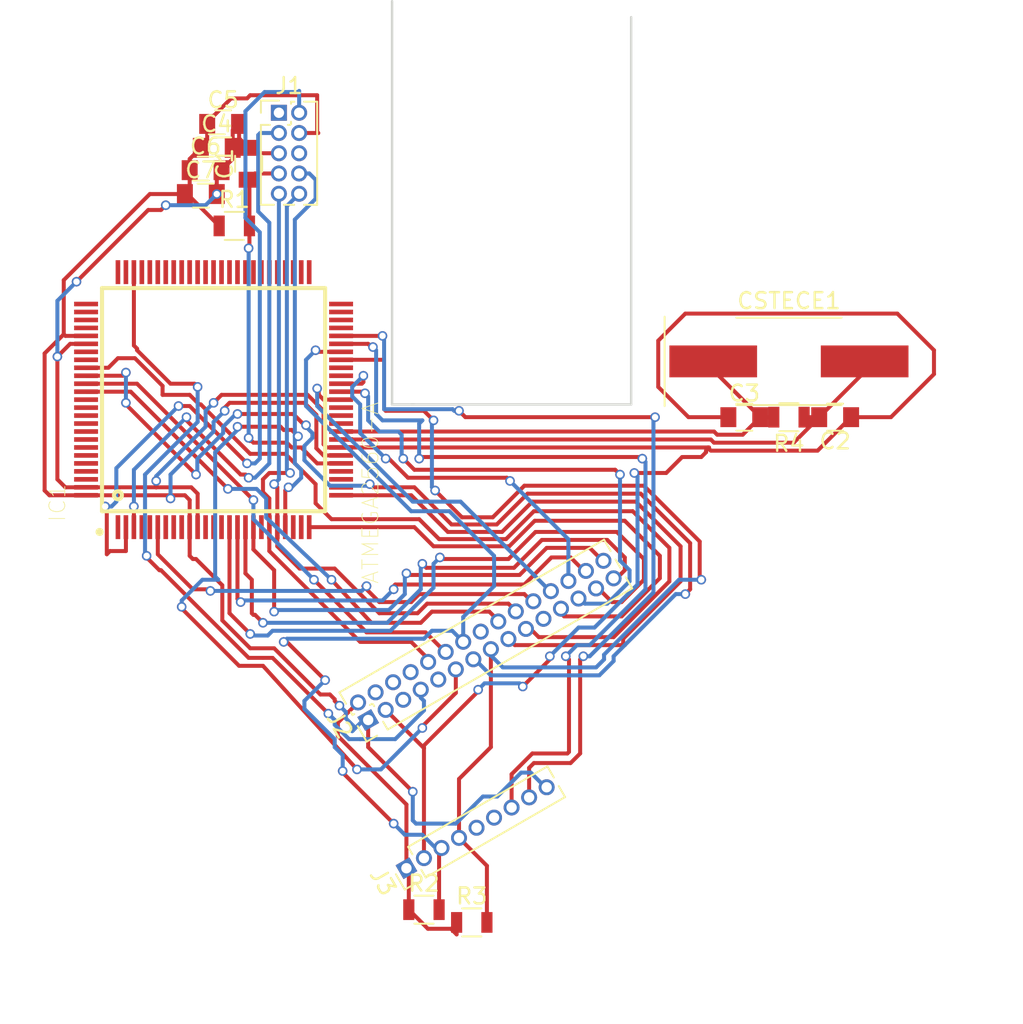
<source format=kicad_pcb>
(kicad_pcb (version 4) (host pcbnew 4.0.7)

  (general
    (links 67)
    (no_connects 3)
    (area 14.699999 13.8 85.300001 86.500001)
    (thickness 1.6)
    (drawings 15)
    (tracks 724)
    (zones 0)
    (modules 16)
    (nets 31)
  )

  (page A4)
  (layers
    (0 F.Cu signal)
    (31 B.Cu signal)
    (32 B.Adhes user)
    (33 F.Adhes user)
    (34 B.Paste user)
    (35 F.Paste user)
    (36 B.SilkS user)
    (37 F.SilkS user)
    (38 B.Mask user)
    (39 F.Mask user)
    (40 Dwgs.User user)
    (41 Cmts.User user)
    (42 Eco1.User user hide)
    (43 Eco2.User user hide)
    (44 Edge.Cuts user)
    (45 Margin user)
    (46 B.CrtYd user)
    (47 F.CrtYd user)
    (48 B.Fab user)
    (49 F.Fab user)
  )

  (setup
    (last_trace_width 0.25)
    (trace_clearance 0.2)
    (zone_clearance 0.508)
    (zone_45_only no)
    (trace_min 0.2)
    (segment_width 0.2)
    (edge_width 0.15)
    (via_size 0.6)
    (via_drill 0.4)
    (via_min_size 0.4)
    (via_min_drill 0.3)
    (uvia_size 0.3)
    (uvia_drill 0.1)
    (uvias_allowed no)
    (uvia_min_size 0.2)
    (uvia_min_drill 0.1)
    (pcb_text_width 0.3)
    (pcb_text_size 1.5 1.5)
    (mod_edge_width 0.15)
    (mod_text_size 1 1)
    (mod_text_width 0.15)
    (pad_size 1.524 1.524)
    (pad_drill 0.762)
    (pad_to_mask_clearance 0.2)
    (aux_axis_origin 0 0)
    (visible_elements 7FFFFFDF)
    (pcbplotparams
      (layerselection 0x00030_80000001)
      (usegerberextensions false)
      (excludeedgelayer true)
      (linewidth 0.100000)
      (plotframeref false)
      (viasonmask false)
      (mode 1)
      (useauxorigin false)
      (hpglpennumber 1)
      (hpglpenspeed 20)
      (hpglpendiameter 15)
      (hpglpenoverlay 2)
      (psnegative false)
      (psa4output false)
      (plotreference true)
      (plotvalue true)
      (plotinvisibletext false)
      (padsonsilk false)
      (subtractmaskfromsilk false)
      (outputformat 1)
      (mirror false)
      (drillshape 1)
      (scaleselection 1)
      (outputdirectory ""))
  )

  (net 0 "")
  (net 1 /RST)
  (net 2 GND)
  (net 3 /XTAL1)
  (net 4 /XTAL2)
  (net 5 +5V)
  (net 6 /RX)
  (net 7 /TX)
  (net 8 /RFM_INT)
  (net 9 /FC_PWM_4)
  (net 10 /FC_PWM_3)
  (net 11 /FC_PWM_2)
  (net 12 /FC_PWM_1)
  (net 13 /SCK)
  (net 14 /MOSI)
  (net 15 /MISO)
  (net 16 /FC_PWM_8)
  (net 17 /SERVO)
  (net 18 /FC_PWM_7)
  (net 19 /FC_PWM_6)
  (net 20 /FC_PWM_5)
  (net 21 /SDA)
  (net 22 /SCL)
  (net 23 /RX_GPS)
  (net 24 /TX_GPS)
  (net 25 /GSM_KEY)
  (net 26 /O3)
  (net 27 /CO2)
  (net 28 /O2)
  (net 29 /V_READ)
  (net 30 +3V3)

  (net_class Default "Toto je výchozí třída sítě."
    (clearance 0.2)
    (trace_width 0.25)
    (via_dia 0.6)
    (via_drill 0.4)
    (uvia_dia 0.3)
    (uvia_drill 0.1)
    (add_net +3V3)
    (add_net +5V)
    (add_net /CO2)
    (add_net /FC_PWM_1)
    (add_net /FC_PWM_2)
    (add_net /FC_PWM_3)
    (add_net /FC_PWM_4)
    (add_net /FC_PWM_5)
    (add_net /FC_PWM_6)
    (add_net /FC_PWM_7)
    (add_net /FC_PWM_8)
    (add_net /GSM_KEY)
    (add_net /MISO)
    (add_net /MOSI)
    (add_net /O2)
    (add_net /O3)
    (add_net /RFM_INT)
    (add_net /RST)
    (add_net /RX)
    (add_net /RX_GPS)
    (add_net /SCK)
    (add_net /SCL)
    (add_net /SDA)
    (add_net /SERVO)
    (add_net /TX)
    (add_net /TX_GPS)
    (add_net /V_READ)
    (add_net /XTAL1)
    (add_net /XTAL2)
    (add_net GND)
  )

  (module Capacitors_SMD:C_0805 (layer F.Cu) (tedit 58AA8463) (tstamp 5AEB06BF)
    (at 33.5 28.1 90)
    (descr "Capacitor SMD 0805, reflow soldering, AVX (see smccp.pdf)")
    (tags "capacitor 0805")
    (path /5AE1E130)
    (attr smd)
    (fp_text reference C1 (at 0 -1.5 90) (layer F.SilkS)
      (effects (font (size 1 1) (thickness 0.15)))
    )
    (fp_text value "22 pF" (at 0 1.75 90) (layer F.Fab)
      (effects (font (size 1 1) (thickness 0.15)))
    )
    (fp_text user %R (at 0 -1.5 90) (layer F.Fab)
      (effects (font (size 1 1) (thickness 0.15)))
    )
    (fp_line (start -1 0.62) (end -1 -0.62) (layer F.Fab) (width 0.1))
    (fp_line (start 1 0.62) (end -1 0.62) (layer F.Fab) (width 0.1))
    (fp_line (start 1 -0.62) (end 1 0.62) (layer F.Fab) (width 0.1))
    (fp_line (start -1 -0.62) (end 1 -0.62) (layer F.Fab) (width 0.1))
    (fp_line (start 0.5 -0.85) (end -0.5 -0.85) (layer F.SilkS) (width 0.12))
    (fp_line (start -0.5 0.85) (end 0.5 0.85) (layer F.SilkS) (width 0.12))
    (fp_line (start -1.75 -0.88) (end 1.75 -0.88) (layer F.CrtYd) (width 0.05))
    (fp_line (start -1.75 -0.88) (end -1.75 0.87) (layer F.CrtYd) (width 0.05))
    (fp_line (start 1.75 0.87) (end 1.75 -0.88) (layer F.CrtYd) (width 0.05))
    (fp_line (start 1.75 0.87) (end -1.75 0.87) (layer F.CrtYd) (width 0.05))
    (pad 1 smd rect (at -1 0 90) (size 1 1.25) (layers F.Cu F.Paste F.Mask)
      (net 1 /RST))
    (pad 2 smd rect (at 1 0 90) (size 1 1.25) (layers F.Cu F.Paste F.Mask)
      (net 2 GND))
    (model Capacitors_SMD.3dshapes/C_0805.wrl
      (at (xyz 0 0 0))
      (scale (xyz 1 1 1))
      (rotate (xyz 0 0 0))
    )
  )

  (module Capacitors_SMD:C_0805 (layer F.Cu) (tedit 58AA8463) (tstamp 5AEB06D0)
    (at 70.3 44 180)
    (descr "Capacitor SMD 0805, reflow soldering, AVX (see smccp.pdf)")
    (tags "capacitor 0805")
    (path /5AE1E125)
    (attr smd)
    (fp_text reference C2 (at 0 -1.5 180) (layer F.SilkS)
      (effects (font (size 1 1) (thickness 0.15)))
    )
    (fp_text value "20 pF" (at 0 1.75 180) (layer F.Fab)
      (effects (font (size 1 1) (thickness 0.15)))
    )
    (fp_text user %R (at 0 -1.5 180) (layer F.Fab)
      (effects (font (size 1 1) (thickness 0.15)))
    )
    (fp_line (start -1 0.62) (end -1 -0.62) (layer F.Fab) (width 0.1))
    (fp_line (start 1 0.62) (end -1 0.62) (layer F.Fab) (width 0.1))
    (fp_line (start 1 -0.62) (end 1 0.62) (layer F.Fab) (width 0.1))
    (fp_line (start -1 -0.62) (end 1 -0.62) (layer F.Fab) (width 0.1))
    (fp_line (start 0.5 -0.85) (end -0.5 -0.85) (layer F.SilkS) (width 0.12))
    (fp_line (start -0.5 0.85) (end 0.5 0.85) (layer F.SilkS) (width 0.12))
    (fp_line (start -1.75 -0.88) (end 1.75 -0.88) (layer F.CrtYd) (width 0.05))
    (fp_line (start -1.75 -0.88) (end -1.75 0.87) (layer F.CrtYd) (width 0.05))
    (fp_line (start 1.75 0.87) (end 1.75 -0.88) (layer F.CrtYd) (width 0.05))
    (fp_line (start 1.75 0.87) (end -1.75 0.87) (layer F.CrtYd) (width 0.05))
    (pad 1 smd rect (at -1 0 180) (size 1 1.25) (layers F.Cu F.Paste F.Mask)
      (net 2 GND))
    (pad 2 smd rect (at 1 0 180) (size 1 1.25) (layers F.Cu F.Paste F.Mask)
      (net 3 /XTAL1))
    (model Capacitors_SMD.3dshapes/C_0805.wrl
      (at (xyz 0 0 0))
      (scale (xyz 1 1 1))
      (rotate (xyz 0 0 0))
    )
  )

  (module Capacitors_SMD:C_0805 (layer F.Cu) (tedit 58AA8463) (tstamp 5AEB06E1)
    (at 64.6 44)
    (descr "Capacitor SMD 0805, reflow soldering, AVX (see smccp.pdf)")
    (tags "capacitor 0805")
    (path /5AE1E124)
    (attr smd)
    (fp_text reference C3 (at 0 -1.5) (layer F.SilkS)
      (effects (font (size 1 1) (thickness 0.15)))
    )
    (fp_text value "20 pF" (at 0 1.75) (layer F.Fab)
      (effects (font (size 1 1) (thickness 0.15)))
    )
    (fp_text user %R (at 0 -1.5) (layer F.Fab)
      (effects (font (size 1 1) (thickness 0.15)))
    )
    (fp_line (start -1 0.62) (end -1 -0.62) (layer F.Fab) (width 0.1))
    (fp_line (start 1 0.62) (end -1 0.62) (layer F.Fab) (width 0.1))
    (fp_line (start 1 -0.62) (end 1 0.62) (layer F.Fab) (width 0.1))
    (fp_line (start -1 -0.62) (end 1 -0.62) (layer F.Fab) (width 0.1))
    (fp_line (start 0.5 -0.85) (end -0.5 -0.85) (layer F.SilkS) (width 0.12))
    (fp_line (start -0.5 0.85) (end 0.5 0.85) (layer F.SilkS) (width 0.12))
    (fp_line (start -1.75 -0.88) (end 1.75 -0.88) (layer F.CrtYd) (width 0.05))
    (fp_line (start -1.75 -0.88) (end -1.75 0.87) (layer F.CrtYd) (width 0.05))
    (fp_line (start 1.75 0.87) (end 1.75 -0.88) (layer F.CrtYd) (width 0.05))
    (fp_line (start 1.75 0.87) (end -1.75 0.87) (layer F.CrtYd) (width 0.05))
    (pad 1 smd rect (at -1 0) (size 1 1.25) (layers F.Cu F.Paste F.Mask)
      (net 2 GND))
    (pad 2 smd rect (at 1 0) (size 1 1.25) (layers F.Cu F.Paste F.Mask)
      (net 4 /XTAL2))
    (model Capacitors_SMD.3dshapes/C_0805.wrl
      (at (xyz 0 0 0))
      (scale (xyz 1 1 1))
      (rotate (xyz 0 0 0))
    )
  )

  (module Capacitors_SMD:C_0805 (layer F.Cu) (tedit 58AA8463) (tstamp 5AEB06F2)
    (at 31.5 27.1)
    (descr "Capacitor SMD 0805, reflow soldering, AVX (see smccp.pdf)")
    (tags "capacitor 0805")
    (path /5AE1E13A)
    (attr smd)
    (fp_text reference C4 (at 0 -1.5) (layer F.SilkS)
      (effects (font (size 1 1) (thickness 0.15)))
    )
    (fp_text value "100 nF" (at 0 1.75) (layer F.Fab)
      (effects (font (size 1 1) (thickness 0.15)))
    )
    (fp_text user %R (at 0 -1.5) (layer F.Fab)
      (effects (font (size 1 1) (thickness 0.15)))
    )
    (fp_line (start -1 0.62) (end -1 -0.62) (layer F.Fab) (width 0.1))
    (fp_line (start 1 0.62) (end -1 0.62) (layer F.Fab) (width 0.1))
    (fp_line (start 1 -0.62) (end 1 0.62) (layer F.Fab) (width 0.1))
    (fp_line (start -1 -0.62) (end 1 -0.62) (layer F.Fab) (width 0.1))
    (fp_line (start 0.5 -0.85) (end -0.5 -0.85) (layer F.SilkS) (width 0.12))
    (fp_line (start -0.5 0.85) (end 0.5 0.85) (layer F.SilkS) (width 0.12))
    (fp_line (start -1.75 -0.88) (end 1.75 -0.88) (layer F.CrtYd) (width 0.05))
    (fp_line (start -1.75 -0.88) (end -1.75 0.87) (layer F.CrtYd) (width 0.05))
    (fp_line (start 1.75 0.87) (end 1.75 -0.88) (layer F.CrtYd) (width 0.05))
    (fp_line (start 1.75 0.87) (end -1.75 0.87) (layer F.CrtYd) (width 0.05))
    (pad 1 smd rect (at -1 0) (size 1 1.25) (layers F.Cu F.Paste F.Mask)
      (net 5 +5V))
    (pad 2 smd rect (at 1 0) (size 1 1.25) (layers F.Cu F.Paste F.Mask)
      (net 2 GND))
    (model Capacitors_SMD.3dshapes/C_0805.wrl
      (at (xyz 0 0 0))
      (scale (xyz 1 1 1))
      (rotate (xyz 0 0 0))
    )
  )

  (module Capacitors_SMD:C_0805 (layer F.Cu) (tedit 58AA8463) (tstamp 5AEB0703)
    (at 31.9 25.6)
    (descr "Capacitor SMD 0805, reflow soldering, AVX (see smccp.pdf)")
    (tags "capacitor 0805")
    (path /5AE1E13B)
    (attr smd)
    (fp_text reference C5 (at 0 -1.5) (layer F.SilkS)
      (effects (font (size 1 1) (thickness 0.15)))
    )
    (fp_text value "100 nF" (at 0 1.75) (layer F.Fab)
      (effects (font (size 1 1) (thickness 0.15)))
    )
    (fp_text user %R (at 0 -1.5) (layer F.Fab)
      (effects (font (size 1 1) (thickness 0.15)))
    )
    (fp_line (start -1 0.62) (end -1 -0.62) (layer F.Fab) (width 0.1))
    (fp_line (start 1 0.62) (end -1 0.62) (layer F.Fab) (width 0.1))
    (fp_line (start 1 -0.62) (end 1 0.62) (layer F.Fab) (width 0.1))
    (fp_line (start -1 -0.62) (end 1 -0.62) (layer F.Fab) (width 0.1))
    (fp_line (start 0.5 -0.85) (end -0.5 -0.85) (layer F.SilkS) (width 0.12))
    (fp_line (start -0.5 0.85) (end 0.5 0.85) (layer F.SilkS) (width 0.12))
    (fp_line (start -1.75 -0.88) (end 1.75 -0.88) (layer F.CrtYd) (width 0.05))
    (fp_line (start -1.75 -0.88) (end -1.75 0.87) (layer F.CrtYd) (width 0.05))
    (fp_line (start 1.75 0.87) (end 1.75 -0.88) (layer F.CrtYd) (width 0.05))
    (fp_line (start 1.75 0.87) (end -1.75 0.87) (layer F.CrtYd) (width 0.05))
    (pad 1 smd rect (at -1 0) (size 1 1.25) (layers F.Cu F.Paste F.Mask)
      (net 5 +5V))
    (pad 2 smd rect (at 1 0) (size 1 1.25) (layers F.Cu F.Paste F.Mask)
      (net 2 GND))
    (model Capacitors_SMD.3dshapes/C_0805.wrl
      (at (xyz 0 0 0))
      (scale (xyz 1 1 1))
      (rotate (xyz 0 0 0))
    )
  )

  (module Capacitors_SMD:C_0805 (layer F.Cu) (tedit 58AA8463) (tstamp 5AEB0714)
    (at 30.8 28.5)
    (descr "Capacitor SMD 0805, reflow soldering, AVX (see smccp.pdf)")
    (tags "capacitor 0805")
    (path /5AE1E13C)
    (attr smd)
    (fp_text reference C6 (at 0 -1.5) (layer F.SilkS)
      (effects (font (size 1 1) (thickness 0.15)))
    )
    (fp_text value "100 nF" (at 0 1.75) (layer F.Fab)
      (effects (font (size 1 1) (thickness 0.15)))
    )
    (fp_text user %R (at 0 -1.5) (layer F.Fab)
      (effects (font (size 1 1) (thickness 0.15)))
    )
    (fp_line (start -1 0.62) (end -1 -0.62) (layer F.Fab) (width 0.1))
    (fp_line (start 1 0.62) (end -1 0.62) (layer F.Fab) (width 0.1))
    (fp_line (start 1 -0.62) (end 1 0.62) (layer F.Fab) (width 0.1))
    (fp_line (start -1 -0.62) (end 1 -0.62) (layer F.Fab) (width 0.1))
    (fp_line (start 0.5 -0.85) (end -0.5 -0.85) (layer F.SilkS) (width 0.12))
    (fp_line (start -0.5 0.85) (end 0.5 0.85) (layer F.SilkS) (width 0.12))
    (fp_line (start -1.75 -0.88) (end 1.75 -0.88) (layer F.CrtYd) (width 0.05))
    (fp_line (start -1.75 -0.88) (end -1.75 0.87) (layer F.CrtYd) (width 0.05))
    (fp_line (start 1.75 0.87) (end 1.75 -0.88) (layer F.CrtYd) (width 0.05))
    (fp_line (start 1.75 0.87) (end -1.75 0.87) (layer F.CrtYd) (width 0.05))
    (pad 1 smd rect (at -1 0) (size 1 1.25) (layers F.Cu F.Paste F.Mask)
      (net 5 +5V))
    (pad 2 smd rect (at 1 0) (size 1 1.25) (layers F.Cu F.Paste F.Mask)
      (net 2 GND))
    (model Capacitors_SMD.3dshapes/C_0805.wrl
      (at (xyz 0 0 0))
      (scale (xyz 1 1 1))
      (rotate (xyz 0 0 0))
    )
  )

  (module Capacitors_SMD:C_0805 (layer F.Cu) (tedit 58AA8463) (tstamp 5AEB0725)
    (at 30.5 30)
    (descr "Capacitor SMD 0805, reflow soldering, AVX (see smccp.pdf)")
    (tags "capacitor 0805")
    (path /5AE1E13D)
    (attr smd)
    (fp_text reference C7 (at 0 -1.5) (layer F.SilkS)
      (effects (font (size 1 1) (thickness 0.15)))
    )
    (fp_text value "100 nF" (at 0 1.75) (layer F.Fab)
      (effects (font (size 1 1) (thickness 0.15)))
    )
    (fp_text user %R (at 0 -1.5) (layer F.Fab)
      (effects (font (size 1 1) (thickness 0.15)))
    )
    (fp_line (start -1 0.62) (end -1 -0.62) (layer F.Fab) (width 0.1))
    (fp_line (start 1 0.62) (end -1 0.62) (layer F.Fab) (width 0.1))
    (fp_line (start 1 -0.62) (end 1 0.62) (layer F.Fab) (width 0.1))
    (fp_line (start -1 -0.62) (end 1 -0.62) (layer F.Fab) (width 0.1))
    (fp_line (start 0.5 -0.85) (end -0.5 -0.85) (layer F.SilkS) (width 0.12))
    (fp_line (start -0.5 0.85) (end 0.5 0.85) (layer F.SilkS) (width 0.12))
    (fp_line (start -1.75 -0.88) (end 1.75 -0.88) (layer F.CrtYd) (width 0.05))
    (fp_line (start -1.75 -0.88) (end -1.75 0.87) (layer F.CrtYd) (width 0.05))
    (fp_line (start 1.75 0.87) (end 1.75 -0.88) (layer F.CrtYd) (width 0.05))
    (fp_line (start 1.75 0.87) (end -1.75 0.87) (layer F.CrtYd) (width 0.05))
    (pad 1 smd rect (at -1 0) (size 1 1.25) (layers F.Cu F.Paste F.Mask)
      (net 5 +5V))
    (pad 2 smd rect (at 1 0) (size 1 1.25) (layers F.Cu F.Paste F.Mask)
      (net 2 GND))
    (model Capacitors_SMD.3dshapes/C_0805.wrl
      (at (xyz 0 0 0))
      (scale (xyz 1 1 1))
      (rotate (xyz 0 0 0))
    )
  )

  (module CanSat:Crystal_SMD (layer F.Cu) (tedit 5A58FECA) (tstamp 5AEB0738)
    (at 67.4 40.5)
    (descr "SMD Crystal Seiko Epson MC-505 http://media.digikey.com/pdf/Data%20Sheets/Epson%20PDFs/MA-505,506.pdf, 12.7x5.1mm^2 package")
    (tags "SMD SMT crystal")
    (path /5AE1E123)
    (attr smd)
    (fp_text reference CSTECE1 (at 0 -3.8) (layer F.SilkS)
      (effects (font (size 1 1) (thickness 0.15)))
    )
    (fp_text value 16MHZ (at 0 3.8) (layer F.Fab)
      (effects (font (size 1 1) (thickness 0.15)))
    )
    (fp_text user %R (at 0 0) (layer F.Fab)
      (effects (font (size 1 1) (thickness 0.15)))
    )
    (fp_line (start -6.35 -2.54) (end -6.35 2.54) (layer F.Fab) (width 0.1))
    (fp_line (start -6.35 2.54) (end 6.35 2.54) (layer F.Fab) (width 0.1))
    (fp_line (start 6.35 2.54) (end 6.35 -2.54) (layer F.Fab) (width 0.1))
    (fp_line (start 6.35 -2.54) (end -6.35 -2.54) (layer F.Fab) (width 0.1))
    (fp_line (start -6.35 1.54) (end -5.35 2.54) (layer F.Fab) (width 0.1))
    (fp_line (start -3.3 -2.74) (end 3.3 -2.74) (layer F.SilkS) (width 0.12))
    (fp_line (start -3.3 2.74) (end 3.3 2.74) (layer F.SilkS) (width 0.12))
    (fp_line (start -7.8 -2.8) (end -7.8 2.8) (layer F.SilkS) (width 0.12))
    (fp_line (start -7.9 -3.1) (end -7.9 3.1) (layer F.CrtYd) (width 0.05))
    (fp_line (start -7.9 3.1) (end 7.9 3.1) (layer F.CrtYd) (width 0.05))
    (fp_line (start 7.9 3.1) (end 7.9 -3.1) (layer F.CrtYd) (width 0.05))
    (fp_line (start 7.9 -3.1) (end -7.9 -3.1) (layer F.CrtYd) (width 0.05))
    (pad 1 smd rect (at -4.75 0) (size 5.5 2) (layers F.Cu F.Paste F.Mask)
      (net 4 /XTAL2))
    (pad 2 smd rect (at 4.75 0) (size 5.5 2) (layers F.Cu F.Paste F.Mask)
      (net 3 /XTAL1))
    (model ${KISYS3DMOD}/Crystals.3dshapes/Crystal_SMD_SeikoEpson_MA505-2pin_12.7x5.1mm.wrl
      (at (xyz 0 0 0))
      (scale (xyz 1 1 1))
      (rotate (xyz 0 0 0))
    )
  )

  (module CanSat:AtMega2560-AU (layer F.Cu) (tedit 5A5F4ECA) (tstamp 5AEB080E)
    (at 31.3 42.9 90)
    (path /5AE1E140)
    (attr smd)
    (fp_text reference IC1 (at -6.4784 -9.7977 90) (layer F.SilkS)
      (effects (font (size 1.0013 1.0013) (thickness 0.05)))
    )
    (fp_text value ATMEGA2560-A (at -5.84823 9.8473 90) (layer F.SilkS)
      (effects (font (size 1.00227 1.00227) (thickness 0.05)))
    )
    (fp_line (start -7 -7) (end 7 -7) (layer F.SilkS) (width 0.254))
    (fp_line (start 7 -7) (end 7 7) (layer F.SilkS) (width 0.254))
    (fp_line (start 7 7) (end -7 7) (layer F.SilkS) (width 0.254))
    (fp_line (start -7 7) (end -7 -7) (layer F.SilkS) (width 0.254))
    (fp_circle (center -6 -6) (end -5.7501 -6) (layer F.SilkS) (width 0.254))
    (fp_poly (pts (xy -8.11023 -6.1501) (xy -7.0501 -6.1501) (xy -7.0501 -5.85736) (xy -8.11023 -5.85736)) (layer Dwgs.User) (width 0.381))
    (fp_poly (pts (xy -8.11193 -5.65) (xy -7.0501 -5.65) (xy -7.0501 -5.35795) (xy -8.11193 -5.35795)) (layer Dwgs.User) (width 0.381))
    (fp_poly (pts (xy -8.11061 -5.1501) (xy -7.0501 -5.1501) (xy -7.0501 -4.85631) (xy -8.11061 -4.85631)) (layer Dwgs.User) (width 0.381))
    (fp_poly (pts (xy -8.11239 -4.65) (xy -7.0501 -4.65) (xy -7.0501 -4.35671) (xy -8.11239 -4.35671)) (layer Dwgs.User) (width 0.381))
    (fp_poly (pts (xy -8.10363 -4.1501) (xy -7.0501 -4.1501) (xy -7.0501 -3.85167) (xy -8.10363 -3.85167)) (layer Dwgs.User) (width 0.381))
    (fp_poly (pts (xy -8.10205 -3.65) (xy -7.0501 -3.65) (xy -7.0501 -3.35089) (xy -8.10205 -3.35089)) (layer Dwgs.User) (width 0.381))
    (fp_poly (pts (xy -8.12533 -3.1501) (xy -7.0501 -3.1501) (xy -7.0501 -2.85884) (xy -8.12533 -2.85884)) (layer Dwgs.User) (width 0.381))
    (fp_poly (pts (xy -8.10853 -2.65) (xy -7.0501 -2.65) (xy -7.0501 -2.35251) (xy -8.10853 -2.35251)) (layer Dwgs.User) (width 0.381))
    (fp_poly (pts (xy -8.11264 -2.1501) (xy -7.0501 -2.1501) (xy -7.0501 -1.85281) (xy -8.11264 -1.85281)) (layer Dwgs.User) (width 0.381))
    (fp_poly (pts (xy -8.11656 -1.65) (xy -7.0501 -1.65) (xy -7.0501 -1.35277) (xy -8.11656 -1.35277)) (layer Dwgs.User) (width 0.381))
    (fp_poly (pts (xy -8.12203 -1.1501) (xy -7.0501 -1.1501) (xy -7.0501 -0.852222) (xy -8.12203 -0.852222)) (layer Dwgs.User) (width 0.381))
    (fp_poly (pts (xy -8.11231 -0.65) (xy -7.0501 -0.65) (xy -7.0501 -0.350536) (xy -8.11231 -0.350536)) (layer Dwgs.User) (width 0.381))
    (fp_poly (pts (xy -8.11382 -0.1501) (xy -7.0501 -0.1501) (xy -7.0501 0.150358) (xy -8.11382 0.150358)) (layer Dwgs.User) (width 0.381))
    (fp_poly (pts (xy -8.10692 0.35) (xy -7.0501 0.35) (xy -7.0501 0.650563) (xy -8.10692 0.650563)) (layer Dwgs.User) (width 0.381))
    (fp_poly (pts (xy -8.10639 0.8499) (xy -7.0501 0.8499) (xy -7.0501 1.15103) (xy -8.10639 1.15103)) (layer Dwgs.User) (width 0.381))
    (fp_poly (pts (xy -8.10551 1.35) (xy -7.0501 1.35) (xy -7.0501 1.65114) (xy -8.10551 1.65114)) (layer Dwgs.User) (width 0.381))
    (fp_poly (pts (xy -8.11107 1.8499) (xy -7.0501 1.8499) (xy -7.0501 2.15307) (xy -8.11107 2.15307)) (layer Dwgs.User) (width 0.381))
    (fp_poly (pts (xy -8.11569 2.35) (xy -7.0501 2.35) (xy -7.0501 2.65516) (xy -8.11569 2.65516)) (layer Dwgs.User) (width 0.381))
    (fp_poly (pts (xy -8.12985 2.8499) (xy -7.0501 2.8499) (xy -7.0501 3.16175) (xy -8.12985 3.16175)) (layer Dwgs.User) (width 0.381))
    (fp_poly (pts (xy -8.12161 3.35) (xy -7.0501 3.35) (xy -7.0501 3.65978) (xy -8.12161 3.65978)) (layer Dwgs.User) (width 0.381))
    (fp_poly (pts (xy -8.1084 3.8499) (xy -7.0501 3.8499) (xy -7.0501 4.15445) (xy -8.1084 4.15445)) (layer Dwgs.User) (width 0.381))
    (fp_poly (pts (xy -8.11978 4.35) (xy -7.0501 4.35) (xy -7.0501 4.66141) (xy -8.11978 4.66141)) (layer Dwgs.User) (width 0.381))
    (fp_poly (pts (xy -8.11618 4.8499) (xy -7.0501 4.8499) (xy -7.0501 5.16045) (xy -8.11618 5.16045)) (layer Dwgs.User) (width 0.381))
    (fp_poly (pts (xy -8.10487 5.35) (xy -7.0501 5.35) (xy -7.0501 5.65347) (xy -8.10487 5.65347)) (layer Dwgs.User) (width 0.381))
    (fp_poly (pts (xy -8.12639 5.8499) (xy -7.0501 5.8499) (xy -7.0501 6.17022) (xy -8.12639 6.17022)) (layer Dwgs.User) (width 0.381))
    (fp_poly (pts (xy -6.1567 7.0501) (xy -5.8499 7.0501) (xy -5.8499 8.10859) (xy -6.1567 8.10859)) (layer Dwgs.User) (width 0.381))
    (fp_poly (pts (xy -5.66418 7.0501) (xy -5.35 7.0501) (xy -5.35 8.12022) (xy -5.66418 8.12022)) (layer Dwgs.User) (width 0.381))
    (fp_poly (pts (xy -5.16073 7.0501) (xy -4.8499 7.0501) (xy -4.8499 8.11662) (xy -5.16073 8.11662)) (layer Dwgs.User) (width 0.381))
    (fp_poly (pts (xy -4.65914 7.0501) (xy -4.35 7.0501) (xy -4.35 8.11582) (xy -4.65914 8.11582)) (layer Dwgs.User) (width 0.381))
    (fp_poly (pts (xy -4.15815 7.0501) (xy -3.8499 7.0501) (xy -3.8499 8.11562) (xy -4.15815 8.11562)) (layer Dwgs.User) (width 0.381))
    (fp_poly (pts (xy -3.65615 7.0501) (xy -3.35 7.0501) (xy -3.35 8.11354) (xy -3.65615 8.11354)) (layer Dwgs.User) (width 0.381))
    (fp_poly (pts (xy -3.15864 7.0501) (xy -2.8499 7.0501) (xy -2.8499 8.12187) (xy -3.15864 8.12187)) (layer Dwgs.User) (width 0.381))
    (fp_poly (pts (xy -2.65639 7.0501) (xy -2.35 7.0501) (xy -2.35 8.11942) (xy -2.65639 8.11942)) (layer Dwgs.User) (width 0.381))
    (fp_poly (pts (xy -2.15347 7.0501) (xy -1.8499 7.0501) (xy -1.8499 8.1126) (xy -2.15347 8.1126)) (layer Dwgs.User) (width 0.381))
    (fp_poly (pts (xy -1.65582 7.0501) (xy -1.35 7.0501) (xy -1.35 8.12846) (xy -1.65582 8.12846)) (layer Dwgs.User) (width 0.381))
    (fp_poly (pts (xy -1.15346 7.0501) (xy -0.8499 7.0501) (xy -0.8499 8.12353) (xy -1.15346 8.12353)) (layer Dwgs.User) (width 0.381))
    (fp_poly (pts (xy -0.65146 7.0501) (xy -0.35 7.0501) (xy -0.35 8.1181) (xy -0.65146 8.1181)) (layer Dwgs.User) (width 0.381))
    (fp_poly (pts (xy -0.150506 7.0501) (xy 0.1501 7.0501) (xy 0.1501 8.12179) (xy -0.150506 8.12179)) (layer Dwgs.User) (width 0.381))
    (fp_poly (pts (xy 0.350591 7.0501) (xy 0.65 7.0501) (xy 0.65 8.11357) (xy 0.350591 8.11357)) (layer Dwgs.User) (width 0.381))
    (fp_poly (pts (xy 0.850565 7.0501) (xy 1.1501 7.0501) (xy 1.1501 8.10624) (xy 0.850565 8.10624)) (layer Dwgs.User) (width 0.381))
    (fp_poly (pts (xy 1.35157 7.0501) (xy 1.65 7.0501) (xy 1.65 8.10934) (xy 1.35157 8.10934)) (layer Dwgs.User) (width 0.381))
    (fp_poly (pts (xy 1.85316 7.0501) (xy 2.1501 7.0501) (xy 2.1501 8.11416) (xy 1.85316 8.11416)) (layer Dwgs.User) (width 0.381))
    (fp_poly (pts (xy 2.35778 7.0501) (xy 2.65 7.0501) (xy 2.65 8.12672) (xy 2.35778 8.12672)) (layer Dwgs.User) (width 0.381))
    (fp_poly (pts (xy 2.85471 7.0501) (xy 3.1501 7.0501) (xy 3.1501 8.11357) (xy 2.85471 8.11357)) (layer Dwgs.User) (width 0.381))
    (fp_poly (pts (xy 3.35805 7.0501) (xy 3.65 7.0501) (xy 3.65 8.11938) (xy 3.35805 8.11938)) (layer Dwgs.User) (width 0.381))
    (fp_poly (pts (xy 3.85722 7.0501) (xy 4.1501 7.0501) (xy 4.1501 8.1153) (xy 3.85722 8.1153)) (layer Dwgs.User) (width 0.381))
    (fp_poly (pts (xy 4.35638 7.0501) (xy 4.65 7.0501) (xy 4.65 8.11178) (xy 4.35638 8.11178)) (layer Dwgs.User) (width 0.381))
    (fp_poly (pts (xy 4.85922 7.0501) (xy 5.1501 7.0501) (xy 5.1501 8.11546) (xy 4.85922 8.11546)) (layer Dwgs.User) (width 0.381))
    (fp_poly (pts (xy 5.35908 7.0501) (xy 5.65 7.0501) (xy 5.65 8.11365) (xy 5.35908 8.11365)) (layer Dwgs.User) (width 0.381))
    (fp_poly (pts (xy 5.87078 7.0501) (xy 6.1501 7.0501) (xy 6.1501 8.12882) (xy 5.87078 8.12882)) (layer Dwgs.User) (width 0.381))
    (fp_poly (pts (xy 7.0627 5.8499) (xy 8.0999 5.8499) (xy 8.0999 6.16108) (xy 7.0627 6.16108)) (layer Dwgs.User) (width 0.381))
    (fp_poly (pts (xy 7.05807 5.35) (xy 8.0999 5.35) (xy 8.0999 5.65638) (xy 7.05807 5.65638)) (layer Dwgs.User) (width 0.381))
    (fp_poly (pts (xy 7.06656 4.8499) (xy 8.0999 4.8499) (xy 8.0999 5.16212) (xy 7.06656 5.16212)) (layer Dwgs.User) (width 0.381))
    (fp_poly (pts (xy 7.06561 4.35) (xy 8.0999 4.35) (xy 8.0999 4.66023) (xy 7.06561 4.66023)) (layer Dwgs.User) (width 0.381))
    (fp_poly (pts (xy 7.06457 3.8499) (xy 8.0999 3.8499) (xy 8.0999 4.15862) (xy 7.06457 4.15862)) (layer Dwgs.User) (width 0.381))
    (fp_poly (pts (xy 7.06361 3.35) (xy 8.0999 3.35) (xy 8.0999 3.657) (xy 7.06361 3.657)) (layer Dwgs.User) (width 0.381))
    (fp_poly (pts (xy 7.06629 2.8499) (xy 8.0999 2.8499) (xy 8.0999 3.15733) (xy 7.06629 3.15733)) (layer Dwgs.User) (width 0.381))
    (fp_poly (pts (xy 7.05816 2.35) (xy 8.0999 2.35) (xy 8.0999 2.65302) (xy 7.05816 2.65302)) (layer Dwgs.User) (width 0.381))
    (fp_poly (pts (xy 7.06037 1.8499) (xy 8.0999 1.8499) (xy 8.0999 2.15323) (xy 7.06037 2.15323)) (layer Dwgs.User) (width 0.381))
    (fp_poly (pts (xy 7.05284 1.35) (xy 8.0999 1.35) (xy 8.0999 1.65064) (xy 7.05284 1.65064)) (layer Dwgs.User) (width 0.381))
    (fp_poly (pts (xy 7.07559 0.8499) (xy 8.0999 0.8499) (xy 8.0999 1.15426) (xy 7.07559 1.15426)) (layer Dwgs.User) (width 0.381))
    (fp_poly (pts (xy 7.06428 0.35) (xy 8.0999 0.35) (xy 8.0999 0.651307) (xy 7.06428 0.651307)) (layer Dwgs.User) (width 0.381))
    (fp_poly (pts (xy 7.06081 -0.1501) (xy 8.0999 -0.1501) (xy 8.0999 0.150328) (xy 7.06081 0.150328)) (layer Dwgs.User) (width 0.381))
    (fp_poly (pts (xy 7.07458 -0.65) (xy 8.0999 -0.65) (xy 8.0999 -0.351216) (xy 7.07458 -0.351216)) (layer Dwgs.User) (width 0.381))
    (fp_poly (pts (xy 7.06975 -1.1501) (xy 8.0999 -1.1501) (xy 8.0999 -0.852269) (xy 7.06975 -0.852269)) (layer Dwgs.User) (width 0.381))
    (fp_poly (pts (xy 7.06041 -1.65) (xy 8.0999 -1.65) (xy 8.0999 -1.35198) (xy 7.06041 -1.35198)) (layer Dwgs.User) (width 0.381))
    (fp_poly (pts (xy 7.07039 -2.1501) (xy 8.0999 -2.1501) (xy 8.0999 -1.85522) (xy 7.07039 -1.85522)) (layer Dwgs.User) (width 0.381))
    (fp_poly (pts (xy 7.05988 -2.65) (xy 8.0999 -2.65) (xy 8.0999 -2.35326) (xy 7.05988 -2.35326)) (layer Dwgs.User) (width 0.381))
    (fp_poly (pts (xy 7.05346 -3.1501) (xy 8.0999 -3.1501) (xy 8.0999 -2.85126) (xy 7.05346 -2.85126)) (layer Dwgs.User) (width 0.381))
    (fp_poly (pts (xy 7.06662 -3.65) (xy 8.0999 -3.65) (xy 8.0999 -3.35785) (xy 7.06662 -3.35785)) (layer Dwgs.User) (width 0.381))
    (fp_poly (pts (xy 7.0571 -4.1501) (xy 8.0999 -4.1501) (xy 8.0999 -3.85372) (xy 7.0571 -3.85372)) (layer Dwgs.User) (width 0.381))
    (fp_poly (pts (xy 7.06251 -4.65) (xy 8.0999 -4.65) (xy 8.0999 -4.35766) (xy 7.06251 -4.35766)) (layer Dwgs.User) (width 0.381))
    (fp_poly (pts (xy 7.0584 -5.1501) (xy 8.0999 -5.1501) (xy 8.0999 -4.85561) (xy 7.0584 -4.85561)) (layer Dwgs.User) (width 0.381))
    (fp_poly (pts (xy 7.05625 -5.65) (xy 8.0999 -5.65) (xy 8.0999 -5.35467) (xy 7.05625 -5.35467)) (layer Dwgs.User) (width 0.381))
    (fp_poly (pts (xy 7.06043 -6.1501) (xy 8.0999 -6.1501) (xy 8.0999 -5.85847) (xy 7.06043 -5.85847)) (layer Dwgs.User) (width 0.381))
    (fp_poly (pts (xy 5.86602 -8.0999) (xy 6.1501 -8.0999) (xy 6.1501 -7.06952) (xy 5.86602 -7.06952)) (layer Dwgs.User) (width 0.381))
    (fp_poly (pts (xy 5.36303 -8.0999) (xy 5.65 -8.0999) (xy 5.65 -7.06726) (xy 5.36303 -7.06726)) (layer Dwgs.User) (width 0.381))
    (fp_poly (pts (xy 4.86107 -8.0999) (xy 5.1501 -8.0999) (xy 5.1501 -7.06634) (xy 4.86107 -7.06634)) (layer Dwgs.User) (width 0.381))
    (fp_poly (pts (xy 4.3587 -8.0999) (xy 4.65 -8.0999) (xy 4.65 -7.0642) (xy 4.3587 -7.0642)) (layer Dwgs.User) (width 0.381))
    (fp_poly (pts (xy 3.86117 -8.0999) (xy 4.1501 -8.0999) (xy 4.1501 -7.07074) (xy 3.86117 -7.07074)) (layer Dwgs.User) (width 0.381))
    (fp_poly (pts (xy 3.35563 -8.0999) (xy 3.65 -8.0999) (xy 3.65 -7.06194) (xy 3.35563 -7.06194)) (layer Dwgs.User) (width 0.381))
    (fp_poly (pts (xy 2.85657 -8.0999) (xy 3.1501 -8.0999) (xy 3.1501 -7.06659) (xy 2.85657 -7.06659)) (layer Dwgs.User) (width 0.381))
    (fp_poly (pts (xy 2.35724 -8.0999) (xy 2.65 -8.0999) (xy 2.65 -7.07182) (xy 2.35724 -7.07182)) (layer Dwgs.User) (width 0.381))
    (fp_poly (pts (xy 1.85493 -8.0999) (xy 2.1501 -8.0999) (xy 2.1501 -7.06929) (xy 1.85493 -7.06929)) (layer Dwgs.User) (width 0.381))
    (fp_poly (pts (xy 1.35278 -8.0999) (xy 1.65 -8.0999) (xy 1.65 -7.06461) (xy 1.35278 -7.06461)) (layer Dwgs.User) (width 0.381))
    (fp_poly (pts (xy 0.850386 -8.0999) (xy 1.1501 -8.0999) (xy 1.1501 -7.05413) (xy 0.850386 -7.05413)) (layer Dwgs.User) (width 0.381))
    (fp_poly (pts (xy 0.35079 -8.0999) (xy 0.65 -8.0999) (xy 0.65 -7.066) (xy 0.35079 -7.066)) (layer Dwgs.User) (width 0.381))
    (fp_poly (pts (xy -0.15022 -8.0999) (xy 0.1501 -8.0999) (xy 0.1501 -7.05576) (xy -0.15022 -7.05576)) (layer Dwgs.User) (width 0.381))
    (fp_poly (pts (xy -0.65164 -8.0999) (xy -0.35 -8.0999) (xy -0.35 -7.06788) (xy -0.65164 -7.06788)) (layer Dwgs.User) (width 0.381))
    (fp_poly (pts (xy -1.15179 -8.0999) (xy -0.8499 -8.0999) (xy -0.8499 -7.06047) (xy -1.15179 -7.06047)) (layer Dwgs.User) (width 0.381))
    (fp_poly (pts (xy -1.65265 -8.0999) (xy -1.35 -8.0999) (xy -1.35 -7.06142) (xy -1.65265 -7.06142)) (layer Dwgs.User) (width 0.381))
    (fp_poly (pts (xy -2.15186 -8.0999) (xy -1.8499 -8.0999) (xy -1.8499 -7.05586) (xy -2.15186 -7.05586)) (layer Dwgs.User) (width 0.381))
    (fp_poly (pts (xy -2.65634 -8.0999) (xy -2.35 -8.0999) (xy -2.35 -7.06698) (xy -2.65634 -7.06698)) (layer Dwgs.User) (width 0.381))
    (fp_poly (pts (xy -3.15695 -8.0999) (xy -2.8499 -8.0999) (xy -2.8499 -7.06544) (xy -3.15695 -7.06544)) (layer Dwgs.User) (width 0.381))
    (fp_poly (pts (xy -3.66216 -8.0999) (xy -3.35 -8.0999) (xy -3.35 -7.07358) (xy -3.66216 -7.07358)) (layer Dwgs.User) (width 0.381))
    (fp_poly (pts (xy -4.15865 -8.0999) (xy -3.8499 -8.0999) (xy -3.8499 -7.06462) (xy -4.15865 -7.06462)) (layer Dwgs.User) (width 0.381))
    (fp_poly (pts (xy -4.66256 -8.0999) (xy -4.35 -8.0999) (xy -4.35 -7.06916) (xy -4.66256 -7.06916)) (layer Dwgs.User) (width 0.381))
    (fp_poly (pts (xy -5.16381 -8.0999) (xy -4.8499 -8.0999) (xy -4.8499 -7.06887) (xy -5.16381 -7.06887)) (layer Dwgs.User) (width 0.381))
    (fp_poly (pts (xy -5.66264 -8.0999) (xy -5.35 -8.0999) (xy -5.35 -7.06587) (xy -5.66264 -7.06587)) (layer Dwgs.User) (width 0.381))
    (fp_poly (pts (xy -6.16865 -8.0999) (xy -5.8499 -8.0999) (xy -5.8499 -7.07137) (xy -6.16865 -7.07137)) (layer Dwgs.User) (width 0.381))
    (fp_circle (center -8.3 -7.15) (end -8.046 -7.15) (layer F.SilkS) (width 0))
    (fp_line (start -9 -9) (end 9 -9) (layer Dwgs.User) (width 0.05))
    (fp_line (start 9 -9) (end 9 9) (layer Dwgs.User) (width 0.05))
    (fp_line (start 9 9) (end -9 9) (layer Dwgs.User) (width 0.05))
    (fp_line (start -9 9) (end -9 -9) (layer Dwgs.User) (width 0.05))
    (pad 1 smd rect (at -8 -6 90) (size 1.5 0.29) (layers F.Cu F.Paste F.Mask))
    (pad 2 smd rect (at -8 -5.5 90) (size 1.5 0.29) (layers F.Cu F.Paste F.Mask)
      (net 6 /RX))
    (pad 3 smd rect (at -8 -5 90) (size 1.5 0.29) (layers F.Cu F.Paste F.Mask)
      (net 7 /TX))
    (pad 4 smd rect (at -8 -4.5 90) (size 1.5 0.29) (layers F.Cu F.Paste F.Mask))
    (pad 5 smd rect (at -8 -4 90) (size 1.5 0.29) (layers F.Cu F.Paste F.Mask))
    (pad 6 smd rect (at -8 -3.5 90) (size 1.5 0.29) (layers F.Cu F.Paste F.Mask)
      (net 8 /RFM_INT))
    (pad 7 smd rect (at -8 -3 90) (size 1.5 0.29) (layers F.Cu F.Paste F.Mask))
    (pad 8 smd rect (at -8 -2.5 90) (size 1.5 0.29) (layers F.Cu F.Paste F.Mask))
    (pad 9 smd rect (at -8 -2 90) (size 1.5 0.29) (layers F.Cu F.Paste F.Mask))
    (pad 10 smd rect (at -8 -1.5 90) (size 1.5 0.29) (layers F.Cu F.Paste F.Mask)
      (net 5 +5V))
    (pad 11 smd rect (at -8 -1 90) (size 1.5 0.29) (layers F.Cu F.Paste F.Mask)
      (net 2 GND))
    (pad 12 smd rect (at -8 -0.5 90) (size 1.5 0.29) (layers F.Cu F.Paste F.Mask))
    (pad 13 smd rect (at -8 0 90) (size 1.5 0.29) (layers F.Cu F.Paste F.Mask))
    (pad 14 smd rect (at -8 0.5 90) (size 1.5 0.29) (layers F.Cu F.Paste F.Mask))
    (pad 15 smd rect (at -8 1 90) (size 1.5 0.29) (layers F.Cu F.Paste F.Mask)
      (net 9 /FC_PWM_4))
    (pad 16 smd rect (at -8 1.5 90) (size 1.5 0.29) (layers F.Cu F.Paste F.Mask)
      (net 10 /FC_PWM_3))
    (pad 17 smd rect (at -8 2 90) (size 1.5 0.29) (layers F.Cu F.Paste F.Mask)
      (net 11 /FC_PWM_2))
    (pad 18 smd rect (at -8 2.5 90) (size 1.5 0.29) (layers F.Cu F.Paste F.Mask)
      (net 12 /FC_PWM_1))
    (pad 19 smd rect (at -8 3 90) (size 1.5 0.29) (layers F.Cu F.Paste F.Mask))
    (pad 20 smd rect (at -8 3.5 90) (size 1.5 0.29) (layers F.Cu F.Paste F.Mask)
      (net 13 /SCK))
    (pad 21 smd rect (at -8 4 90) (size 1.5 0.29) (layers F.Cu F.Paste F.Mask)
      (net 14 /MOSI))
    (pad 22 smd rect (at -8 4.5 90) (size 1.5 0.29) (layers F.Cu F.Paste F.Mask)
      (net 15 /MISO))
    (pad 23 smd rect (at -8 5 90) (size 1.5 0.29) (layers F.Cu F.Paste F.Mask))
    (pad 24 smd rect (at -8 5.5 90) (size 1.5 0.29) (layers F.Cu F.Paste F.Mask))
    (pad 25 smd rect (at -8 6 90) (size 1.5 0.29) (layers F.Cu F.Paste F.Mask)
      (net 16 /FC_PWM_8))
    (pad 26 smd rect (at -6 8 90) (size 0.29 1.5) (layers F.Cu F.Paste F.Mask)
      (net 17 /SERVO))
    (pad 27 smd rect (at -5.5 8 90) (size 0.29 1.5) (layers F.Cu F.Paste F.Mask))
    (pad 28 smd rect (at -5 8 90) (size 0.29 1.5) (layers F.Cu F.Paste F.Mask))
    (pad 29 smd rect (at -4.5 8 90) (size 0.29 1.5) (layers F.Cu F.Paste F.Mask))
    (pad 30 smd rect (at -4 8 90) (size 0.29 1.5) (layers F.Cu F.Paste F.Mask)
      (net 1 /RST))
    (pad 31 smd rect (at -3.5 8 90) (size 0.29 1.5) (layers F.Cu F.Paste F.Mask)
      (net 5 +5V))
    (pad 32 smd rect (at -3 8 90) (size 0.29 1.5) (layers F.Cu F.Paste F.Mask)
      (net 2 GND))
    (pad 33 smd rect (at -2.5 8 90) (size 0.29 1.5) (layers F.Cu F.Paste F.Mask)
      (net 3 /XTAL1))
    (pad 34 smd rect (at -2 8 90) (size 0.29 1.5) (layers F.Cu F.Paste F.Mask)
      (net 4 /XTAL2))
    (pad 35 smd rect (at -1.5 8 90) (size 0.29 1.5) (layers F.Cu F.Paste F.Mask))
    (pad 36 smd rect (at -1 8 90) (size 0.29 1.5) (layers F.Cu F.Paste F.Mask))
    (pad 37 smd rect (at -0.5 8 90) (size 0.29 1.5) (layers F.Cu F.Paste F.Mask))
    (pad 38 smd rect (at 0 8 90) (size 0.29 1.5) (layers F.Cu F.Paste F.Mask)
      (net 18 /FC_PWM_7))
    (pad 39 smd rect (at 0.5 8 90) (size 0.29 1.5) (layers F.Cu F.Paste F.Mask)
      (net 19 /FC_PWM_6))
    (pad 40 smd rect (at 1 8 90) (size 0.29 1.5) (layers F.Cu F.Paste F.Mask)
      (net 20 /FC_PWM_5))
    (pad 41 smd rect (at 1.5 8 90) (size 0.29 1.5) (layers F.Cu F.Paste F.Mask))
    (pad 42 smd rect (at 2 8 90) (size 0.29 1.5) (layers F.Cu F.Paste F.Mask))
    (pad 43 smd rect (at 2.5 8 90) (size 0.29 1.5) (layers F.Cu F.Paste F.Mask)
      (net 21 /SDA))
    (pad 44 smd rect (at 3 8 90) (size 0.29 1.5) (layers F.Cu F.Paste F.Mask)
      (net 22 /SCL))
    (pad 45 smd rect (at 3.5 8 90) (size 0.29 1.5) (layers F.Cu F.Paste F.Mask)
      (net 23 /RX_GPS))
    (pad 46 smd rect (at 4 8 90) (size 0.29 1.5) (layers F.Cu F.Paste F.Mask)
      (net 24 /TX_GPS))
    (pad 47 smd rect (at 4.5 8 90) (size 0.29 1.5) (layers F.Cu F.Paste F.Mask))
    (pad 48 smd rect (at 5 8 90) (size 0.29 1.5) (layers F.Cu F.Paste F.Mask))
    (pad 49 smd rect (at 5.5 8 90) (size 0.29 1.5) (layers F.Cu F.Paste F.Mask))
    (pad 50 smd rect (at 6 8 90) (size 0.29 1.5) (layers F.Cu F.Paste F.Mask))
    (pad 51 smd rect (at 8 6 90) (size 1.5 0.29) (layers F.Cu F.Paste F.Mask))
    (pad 52 smd rect (at 8 5.5 90) (size 1.5 0.29) (layers F.Cu F.Paste F.Mask))
    (pad 53 smd rect (at 8 5 90) (size 1.5 0.29) (layers F.Cu F.Paste F.Mask))
    (pad 54 smd rect (at 8 4.5 90) (size 1.5 0.29) (layers F.Cu F.Paste F.Mask))
    (pad 55 smd rect (at 8 4 90) (size 1.5 0.29) (layers F.Cu F.Paste F.Mask))
    (pad 56 smd rect (at 8 3.5 90) (size 1.5 0.29) (layers F.Cu F.Paste F.Mask))
    (pad 57 smd rect (at 8 3 90) (size 1.5 0.29) (layers F.Cu F.Paste F.Mask))
    (pad 58 smd rect (at 8 2.5 90) (size 1.5 0.29) (layers F.Cu F.Paste F.Mask))
    (pad 59 smd rect (at 8 2 90) (size 1.5 0.29) (layers F.Cu F.Paste F.Mask))
    (pad 60 smd rect (at 8 1.5 90) (size 1.5 0.29) (layers F.Cu F.Paste F.Mask))
    (pad 61 smd rect (at 8 1 90) (size 1.5 0.29) (layers F.Cu F.Paste F.Mask))
    (pad 62 smd rect (at 8 0.5 90) (size 1.5 0.29) (layers F.Cu F.Paste F.Mask))
    (pad 63 smd rect (at 8 0 90) (size 1.5 0.29) (layers F.Cu F.Paste F.Mask))
    (pad 64 smd rect (at 8 -0.5 90) (size 1.5 0.29) (layers F.Cu F.Paste F.Mask))
    (pad 65 smd rect (at 8 -1 90) (size 1.5 0.29) (layers F.Cu F.Paste F.Mask))
    (pad 66 smd rect (at 8 -1.5 90) (size 1.5 0.29) (layers F.Cu F.Paste F.Mask))
    (pad 67 smd rect (at 8 -2 90) (size 1.5 0.29) (layers F.Cu F.Paste F.Mask))
    (pad 68 smd rect (at 8 -2.5 90) (size 1.5 0.29) (layers F.Cu F.Paste F.Mask))
    (pad 69 smd rect (at 8 -3 90) (size 1.5 0.29) (layers F.Cu F.Paste F.Mask))
    (pad 70 smd rect (at 8 -3.5 90) (size 1.5 0.29) (layers F.Cu F.Paste F.Mask))
    (pad 71 smd rect (at 8 -4 90) (size 1.5 0.29) (layers F.Cu F.Paste F.Mask))
    (pad 72 smd rect (at 8 -4.5 90) (size 1.5 0.29) (layers F.Cu F.Paste F.Mask))
    (pad 73 smd rect (at 8 -5 90) (size 1.5 0.29) (layers F.Cu F.Paste F.Mask)
      (net 25 /GSM_KEY))
    (pad 74 smd rect (at 8 -5.5 90) (size 1.5 0.29) (layers F.Cu F.Paste F.Mask))
    (pad 75 smd rect (at 8 -6 90) (size 1.5 0.29) (layers F.Cu F.Paste F.Mask))
    (pad 76 smd rect (at 6 -8 90) (size 0.29 1.5) (layers F.Cu F.Paste F.Mask))
    (pad 77 smd rect (at 5.5 -8 90) (size 0.29 1.5) (layers F.Cu F.Paste F.Mask))
    (pad 78 smd rect (at 5 -8 90) (size 0.29 1.5) (layers F.Cu F.Paste F.Mask))
    (pad 79 smd rect (at 4.5 -8 90) (size 0.29 1.5) (layers F.Cu F.Paste F.Mask))
    (pad 80 smd rect (at 4 -8 90) (size 0.29 1.5) (layers F.Cu F.Paste F.Mask)
      (net 5 +5V))
    (pad 81 smd rect (at 3.5 -8 90) (size 0.29 1.5) (layers F.Cu F.Paste F.Mask)
      (net 2 GND))
    (pad 82 smd rect (at 3 -8 90) (size 0.29 1.5) (layers F.Cu F.Paste F.Mask))
    (pad 83 smd rect (at 2.5 -8 90) (size 0.29 1.5) (layers F.Cu F.Paste F.Mask))
    (pad 84 smd rect (at 2 -8 90) (size 0.29 1.5) (layers F.Cu F.Paste F.Mask)
      (net 26 /O3))
    (pad 85 smd rect (at 1.5 -8 90) (size 0.29 1.5) (layers F.Cu F.Paste F.Mask)
      (net 27 /CO2))
    (pad 86 smd rect (at 1 -8 90) (size 0.29 1.5) (layers F.Cu F.Paste F.Mask)
      (net 28 /O2))
    (pad 87 smd rect (at 0.5 -8 90) (size 0.29 1.5) (layers F.Cu F.Paste F.Mask)
      (net 29 /V_READ))
    (pad 88 smd rect (at 0 -8 90) (size 0.29 1.5) (layers F.Cu F.Paste F.Mask))
    (pad 89 smd rect (at -0.5 -8 90) (size 0.29 1.5) (layers F.Cu F.Paste F.Mask))
    (pad 90 smd rect (at -1 -8 90) (size 0.29 1.5) (layers F.Cu F.Paste F.Mask))
    (pad 91 smd rect (at -1.5 -8 90) (size 0.29 1.5) (layers F.Cu F.Paste F.Mask))
    (pad 92 smd rect (at -2 -8 90) (size 0.29 1.5) (layers F.Cu F.Paste F.Mask))
    (pad 93 smd rect (at -2.5 -8 90) (size 0.29 1.5) (layers F.Cu F.Paste F.Mask))
    (pad 94 smd rect (at -3 -8 90) (size 0.29 1.5) (layers F.Cu F.Paste F.Mask))
    (pad 95 smd rect (at -3.5 -8 90) (size 0.29 1.5) (layers F.Cu F.Paste F.Mask))
    (pad 96 smd rect (at -4 -8 90) (size 0.29 1.5) (layers F.Cu F.Paste F.Mask))
    (pad 97 smd rect (at -4.5 -8 90) (size 0.29 1.5) (layers F.Cu F.Paste F.Mask))
    (pad 98 smd rect (at -5 -8 90) (size 0.29 1.5) (layers F.Cu F.Paste F.Mask))
    (pad 99 smd rect (at -5.5 -8 90) (size 0.29 1.5) (layers F.Cu F.Paste F.Mask)
      (net 2 GND))
    (pad 100 smd rect (at -6 -8 90) (size 0.29 1.5) (layers F.Cu F.Paste F.Mask)
      (net 5 +5V))
  )

  (module Pin_Headers:Pin_Header_Straight_2x05_Pitch1.27mm (layer F.Cu) (tedit 59650536) (tstamp 5AEB0833)
    (at 35.4 24.9)
    (descr "Through hole straight pin header, 2x05, 1.27mm pitch, double rows")
    (tags "Through hole pin header THT 2x05 1.27mm double row")
    (path /5AE1E18D)
    (fp_text reference J1 (at 0.635 -1.695) (layer F.SilkS)
      (effects (font (size 1 1) (thickness 0.15)))
    )
    (fp_text value Conn_02x05_Counter_Clockwise (at 0.635 6.775) (layer F.Fab)
      (effects (font (size 1 1) (thickness 0.15)))
    )
    (fp_line (start -0.2175 -0.635) (end 2.34 -0.635) (layer F.Fab) (width 0.1))
    (fp_line (start 2.34 -0.635) (end 2.34 5.715) (layer F.Fab) (width 0.1))
    (fp_line (start 2.34 5.715) (end -1.07 5.715) (layer F.Fab) (width 0.1))
    (fp_line (start -1.07 5.715) (end -1.07 0.2175) (layer F.Fab) (width 0.1))
    (fp_line (start -1.07 0.2175) (end -0.2175 -0.635) (layer F.Fab) (width 0.1))
    (fp_line (start -1.13 5.775) (end -0.30753 5.775) (layer F.SilkS) (width 0.12))
    (fp_line (start 1.57753 5.775) (end 2.4 5.775) (layer F.SilkS) (width 0.12))
    (fp_line (start 0.30753 5.775) (end 0.96247 5.775) (layer F.SilkS) (width 0.12))
    (fp_line (start -1.13 0.76) (end -1.13 5.775) (layer F.SilkS) (width 0.12))
    (fp_line (start 2.4 -0.695) (end 2.4 5.775) (layer F.SilkS) (width 0.12))
    (fp_line (start -1.13 0.76) (end -0.563471 0.76) (layer F.SilkS) (width 0.12))
    (fp_line (start 0.563471 0.76) (end 0.706529 0.76) (layer F.SilkS) (width 0.12))
    (fp_line (start 0.76 0.706529) (end 0.76 0.563471) (layer F.SilkS) (width 0.12))
    (fp_line (start 0.76 -0.563471) (end 0.76 -0.695) (layer F.SilkS) (width 0.12))
    (fp_line (start 0.76 -0.695) (end 0.96247 -0.695) (layer F.SilkS) (width 0.12))
    (fp_line (start 1.57753 -0.695) (end 2.4 -0.695) (layer F.SilkS) (width 0.12))
    (fp_line (start -1.13 0) (end -1.13 -0.76) (layer F.SilkS) (width 0.12))
    (fp_line (start -1.13 -0.76) (end 0 -0.76) (layer F.SilkS) (width 0.12))
    (fp_line (start -1.6 -1.15) (end -1.6 6.25) (layer F.CrtYd) (width 0.05))
    (fp_line (start -1.6 6.25) (end 2.85 6.25) (layer F.CrtYd) (width 0.05))
    (fp_line (start 2.85 6.25) (end 2.85 -1.15) (layer F.CrtYd) (width 0.05))
    (fp_line (start 2.85 -1.15) (end -1.6 -1.15) (layer F.CrtYd) (width 0.05))
    (fp_text user %R (at 0.635 2.54 90) (layer F.Fab)
      (effects (font (size 1 1) (thickness 0.15)))
    )
    (pad 1 thru_hole rect (at 0 0) (size 1 1) (drill 0.65) (layers *.Cu *.Mask))
    (pad 2 thru_hole oval (at 1.27 0) (size 1 1) (drill 0.65) (layers *.Cu *.Mask)
      (net 6 /RX))
    (pad 3 thru_hole oval (at 0 1.27) (size 1 1) (drill 0.65) (layers *.Cu *.Mask)
      (net 7 /TX))
    (pad 4 thru_hole oval (at 1.27 1.27) (size 1 1) (drill 0.65) (layers *.Cu *.Mask)
      (net 5 +5V))
    (pad 5 thru_hole oval (at 0 2.54) (size 1 1) (drill 0.65) (layers *.Cu *.Mask)
      (net 2 GND))
    (pad 6 thru_hole oval (at 1.27 2.54) (size 1 1) (drill 0.65) (layers *.Cu *.Mask))
    (pad 7 thru_hole oval (at 0 3.81) (size 1 1) (drill 0.65) (layers *.Cu *.Mask)
      (net 1 /RST))
    (pad 8 thru_hole oval (at 1.27 3.81) (size 1 1) (drill 0.65) (layers *.Cu *.Mask)
      (net 15 /MISO))
    (pad 9 thru_hole oval (at 0 5.08) (size 1 1) (drill 0.65) (layers *.Cu *.Mask)
      (net 14 /MOSI))
    (pad 10 thru_hole oval (at 1.27 5.08) (size 1 1) (drill 0.65) (layers *.Cu *.Mask)
      (net 13 /SCK))
    (model ${KISYS3DMOD}/Pin_Headers.3dshapes/Pin_Header_Straight_2x05_Pitch1.27mm.wrl
      (at (xyz 0 0 0))
      (scale (xyz 1 1 1))
      (rotate (xyz 0 0 0))
    )
  )

  (module Pin_Headers:Pin_Header_Straight_2x15_Pitch1.27mm (layer F.Cu) (tedit 59650536) (tstamp 5AEB086C)
    (at 41 63 120)
    (descr "Through hole straight pin header, 2x15, 1.27mm pitch, double rows")
    (tags "Through hole pin header THT 2x15 1.27mm double row")
    (path /5AE9F5C2)
    (fp_text reference J2 (at 0.635 -1.695 120) (layer F.SilkS)
      (effects (font (size 1 1) (thickness 0.15)))
    )
    (fp_text value "Main connector" (at 0.635 19.475 120) (layer F.Fab)
      (effects (font (size 1 1) (thickness 0.15)))
    )
    (fp_line (start -0.2175 -0.635) (end 2.34 -0.635) (layer F.Fab) (width 0.1))
    (fp_line (start 2.34 -0.635) (end 2.34 18.415) (layer F.Fab) (width 0.1))
    (fp_line (start 2.34 18.415) (end -1.07 18.415) (layer F.Fab) (width 0.1))
    (fp_line (start -1.07 18.415) (end -1.07 0.2175) (layer F.Fab) (width 0.1))
    (fp_line (start -1.07 0.2175) (end -0.2175 -0.635) (layer F.Fab) (width 0.1))
    (fp_line (start -1.13 18.475) (end -0.30753 18.475) (layer F.SilkS) (width 0.12))
    (fp_line (start 1.57753 18.475) (end 2.4 18.475) (layer F.SilkS) (width 0.12))
    (fp_line (start 0.30753 18.475) (end 0.96247 18.475) (layer F.SilkS) (width 0.12))
    (fp_line (start -1.13 0.76) (end -1.13 18.475) (layer F.SilkS) (width 0.12))
    (fp_line (start 2.4 -0.695) (end 2.4 18.475) (layer F.SilkS) (width 0.12))
    (fp_line (start -1.13 0.76) (end -0.563471 0.76) (layer F.SilkS) (width 0.12))
    (fp_line (start 0.563471 0.76) (end 0.706529 0.76) (layer F.SilkS) (width 0.12))
    (fp_line (start 0.76 0.706529) (end 0.76 0.563471) (layer F.SilkS) (width 0.12))
    (fp_line (start 0.76 -0.563471) (end 0.76 -0.695) (layer F.SilkS) (width 0.12))
    (fp_line (start 0.76 -0.695) (end 0.96247 -0.695) (layer F.SilkS) (width 0.12))
    (fp_line (start 1.57753 -0.695) (end 2.4 -0.695) (layer F.SilkS) (width 0.12))
    (fp_line (start -1.13 0) (end -1.13 -0.76) (layer F.SilkS) (width 0.12))
    (fp_line (start -1.13 -0.76) (end 0 -0.76) (layer F.SilkS) (width 0.12))
    (fp_line (start -1.6 -1.15) (end -1.6 18.95) (layer F.CrtYd) (width 0.05))
    (fp_line (start -1.6 18.95) (end 2.85 18.95) (layer F.CrtYd) (width 0.05))
    (fp_line (start 2.85 18.95) (end 2.85 -1.15) (layer F.CrtYd) (width 0.05))
    (fp_line (start 2.85 -1.15) (end -1.6 -1.15) (layer F.CrtYd) (width 0.05))
    (fp_text user %R (at 0.635 8.89 210) (layer F.Fab)
      (effects (font (size 1 1) (thickness 0.15)))
    )
    (pad 1 thru_hole rect (at 0 0 120) (size 1 1) (drill 0.65) (layers *.Cu *.Mask)
      (net 5 +5V))
    (pad 2 thru_hole oval (at 1.27 0 120) (size 1 1) (drill 0.65) (layers *.Cu *.Mask)
      (net 30 +3V3))
    (pad 3 thru_hole oval (at 0 1.27 120) (size 1 1) (drill 0.65) (layers *.Cu *.Mask)
      (net 2 GND))
    (pad 4 thru_hole oval (at 1.27 1.27 120) (size 1 1) (drill 0.65) (layers *.Cu *.Mask))
    (pad 5 thru_hole oval (at 0 2.54 120) (size 1 1) (drill 0.65) (layers *.Cu *.Mask))
    (pad 6 thru_hole oval (at 1.27 2.54 120) (size 1 1) (drill 0.65) (layers *.Cu *.Mask))
    (pad 7 thru_hole oval (at 0 3.81 120) (size 1 1) (drill 0.65) (layers *.Cu *.Mask)
      (net 25 /GSM_KEY))
    (pad 8 thru_hole oval (at 1.27 3.81 120) (size 1 1) (drill 0.65) (layers *.Cu *.Mask))
    (pad 9 thru_hole oval (at 0 5.08 120) (size 1 1) (drill 0.65) (layers *.Cu *.Mask))
    (pad 10 thru_hole oval (at 1.27 5.08 120) (size 1 1) (drill 0.65) (layers *.Cu *.Mask)
      (net 13 /SCK))
    (pad 11 thru_hole oval (at 0 6.35 120) (size 1 1) (drill 0.65) (layers *.Cu *.Mask)
      (net 15 /MISO))
    (pad 12 thru_hole oval (at 1.27 6.35 120) (size 1 1) (drill 0.65) (layers *.Cu *.Mask)
      (net 28 /O2))
    (pad 13 thru_hole oval (at 0 7.62 120) (size 1 1) (drill 0.65) (layers *.Cu *.Mask)
      (net 27 /CO2))
    (pad 14 thru_hole oval (at 1.27 7.62 120) (size 1 1) (drill 0.65) (layers *.Cu *.Mask)
      (net 22 /SCL))
    (pad 15 thru_hole oval (at 0 8.89 120) (size 1 1) (drill 0.65) (layers *.Cu *.Mask)
      (net 21 /SDA))
    (pad 16 thru_hole oval (at 1.27 8.89 120) (size 1 1) (drill 0.65) (layers *.Cu *.Mask))
    (pad 17 thru_hole oval (at 0 10.16 120) (size 1 1) (drill 0.65) (layers *.Cu *.Mask)
      (net 17 /SERVO))
    (pad 18 thru_hole oval (at 1.27 10.16 120) (size 1 1) (drill 0.65) (layers *.Cu *.Mask)
      (net 29 /V_READ))
    (pad 19 thru_hole oval (at 0 11.43 120) (size 1 1) (drill 0.65) (layers *.Cu *.Mask)
      (net 26 /O3))
    (pad 20 thru_hole oval (at 1.27 11.43 120) (size 1 1) (drill 0.65) (layers *.Cu *.Mask)
      (net 14 /MOSI))
    (pad 21 thru_hole oval (at 0 12.7 120) (size 1 1) (drill 0.65) (layers *.Cu *.Mask))
    (pad 22 thru_hole oval (at 1.27 12.7 120) (size 1 1) (drill 0.65) (layers *.Cu *.Mask)
      (net 8 /RFM_INT))
    (pad 23 thru_hole oval (at 0 13.97 120) (size 1 1) (drill 0.65) (layers *.Cu *.Mask)
      (net 16 /FC_PWM_8))
    (pad 24 thru_hole oval (at 1.27 13.97 120) (size 1 1) (drill 0.65) (layers *.Cu *.Mask)
      (net 18 /FC_PWM_7))
    (pad 25 thru_hole oval (at 0 15.24 120) (size 1 1) (drill 0.65) (layers *.Cu *.Mask)
      (net 19 /FC_PWM_6))
    (pad 26 thru_hole oval (at 1.27 15.24 120) (size 1 1) (drill 0.65) (layers *.Cu *.Mask)
      (net 20 /FC_PWM_5))
    (pad 27 thru_hole oval (at 0 16.51 120) (size 1 1) (drill 0.65) (layers *.Cu *.Mask)
      (net 9 /FC_PWM_4))
    (pad 28 thru_hole oval (at 1.27 16.51 120) (size 1 1) (drill 0.65) (layers *.Cu *.Mask)
      (net 10 /FC_PWM_3))
    (pad 29 thru_hole oval (at 0 17.78 120) (size 1 1) (drill 0.65) (layers *.Cu *.Mask)
      (net 11 /FC_PWM_2))
    (pad 30 thru_hole oval (at 1.27 17.78 120) (size 1 1) (drill 0.65) (layers *.Cu *.Mask)
      (net 12 /FC_PWM_1))
    (model ${KISYS3DMOD}/Pin_Headers.3dshapes/Pin_Header_Straight_2x15_Pitch1.27mm.wrl
      (at (xyz 0 0 0))
      (scale (xyz 1 1 1))
      (rotate (xyz 0 0 0))
    )
  )

  (module Pin_Headers:Pin_Header_Straight_1x09_Pitch1.27mm (layer F.Cu) (tedit 59650535) (tstamp 5AEB088B)
    (at 43.4 72.3 120)
    (descr "Through hole straight pin header, 1x09, 1.27mm pitch, single row")
    (tags "Through hole pin header THT 1x09 1.27mm single row")
    (path /5AEA01F7)
    (fp_text reference J3 (at 0 -1.695 120) (layer F.SilkS)
      (effects (font (size 1 1) (thickness 0.15)))
    )
    (fp_text value Conn_01x09 (at 0 11.855 120) (layer F.Fab)
      (effects (font (size 1 1) (thickness 0.15)))
    )
    (fp_line (start -0.525 -0.635) (end 1.05 -0.635) (layer F.Fab) (width 0.1))
    (fp_line (start 1.05 -0.635) (end 1.05 10.795) (layer F.Fab) (width 0.1))
    (fp_line (start 1.05 10.795) (end -1.05 10.795) (layer F.Fab) (width 0.1))
    (fp_line (start -1.05 10.795) (end -1.05 -0.11) (layer F.Fab) (width 0.1))
    (fp_line (start -1.05 -0.11) (end -0.525 -0.635) (layer F.Fab) (width 0.1))
    (fp_line (start -1.11 10.855) (end -0.30753 10.855) (layer F.SilkS) (width 0.12))
    (fp_line (start 0.30753 10.855) (end 1.11 10.855) (layer F.SilkS) (width 0.12))
    (fp_line (start -1.11 0.76) (end -1.11 10.855) (layer F.SilkS) (width 0.12))
    (fp_line (start 1.11 0.76) (end 1.11 10.855) (layer F.SilkS) (width 0.12))
    (fp_line (start -1.11 0.76) (end -0.563471 0.76) (layer F.SilkS) (width 0.12))
    (fp_line (start 0.563471 0.76) (end 1.11 0.76) (layer F.SilkS) (width 0.12))
    (fp_line (start -1.11 0) (end -1.11 -0.76) (layer F.SilkS) (width 0.12))
    (fp_line (start -1.11 -0.76) (end 0 -0.76) (layer F.SilkS) (width 0.12))
    (fp_line (start -1.55 -1.15) (end -1.55 11.3) (layer F.CrtYd) (width 0.05))
    (fp_line (start -1.55 11.3) (end 1.55 11.3) (layer F.CrtYd) (width 0.05))
    (fp_line (start 1.55 11.3) (end 1.55 -1.15) (layer F.CrtYd) (width 0.05))
    (fp_line (start 1.55 -1.15) (end -1.55 -1.15) (layer F.CrtYd) (width 0.05))
    (fp_text user %R (at 0 5.08 210) (layer F.Fab)
      (effects (font (size 1 1) (thickness 0.15)))
    )
    (pad 1 thru_hole rect (at 0 0 120) (size 1 1) (drill 0.65) (layers *.Cu *.Mask)
      (net 30 +3V3))
    (pad 2 thru_hole oval (at 0 1.27 120) (size 1 1) (drill 0.65) (layers *.Cu *.Mask)
      (net 2 GND))
    (pad 3 thru_hole oval (at 0 2.54 120) (size 1 1) (drill 0.65) (layers *.Cu *.Mask)
      (net 22 /SCL))
    (pad 4 thru_hole oval (at 0 3.81 120) (size 1 1) (drill 0.65) (layers *.Cu *.Mask)
      (net 21 /SDA))
    (pad 5 thru_hole oval (at 0 5.08 120) (size 1 1) (drill 0.65) (layers *.Cu *.Mask))
    (pad 6 thru_hole oval (at 0 6.35 120) (size 1 1) (drill 0.65) (layers *.Cu *.Mask))
    (pad 7 thru_hole oval (at 0 7.62 120) (size 1 1) (drill 0.65) (layers *.Cu *.Mask)
      (net 23 /RX_GPS))
    (pad 8 thru_hole oval (at 0 8.89 120) (size 1 1) (drill 0.65) (layers *.Cu *.Mask)
      (net 24 /TX_GPS))
    (pad 9 thru_hole oval (at 0 10.16 120) (size 1 1) (drill 0.65) (layers *.Cu *.Mask)
      (net 5 +5V))
    (model ${KISYS3DMOD}/Pin_Headers.3dshapes/Pin_Header_Straight_1x09_Pitch1.27mm.wrl
      (at (xyz 0 0 0))
      (scale (xyz 1 1 1))
      (rotate (xyz 0 0 0))
    )
  )

  (module Resistors_SMD:R_0805 (layer F.Cu) (tedit 58E0A804) (tstamp 5AEB089C)
    (at 32.6 32)
    (descr "Resistor SMD 0805, reflow soldering, Vishay (see dcrcw.pdf)")
    (tags "resistor 0805")
    (path /5AE1E12E)
    (attr smd)
    (fp_text reference R1 (at 0 -1.65) (layer F.SilkS)
      (effects (font (size 1 1) (thickness 0.15)))
    )
    (fp_text value 10k (at 0 1.75) (layer F.Fab)
      (effects (font (size 1 1) (thickness 0.15)))
    )
    (fp_text user %R (at 0 0) (layer F.Fab)
      (effects (font (size 0.5 0.5) (thickness 0.075)))
    )
    (fp_line (start -1 0.62) (end -1 -0.62) (layer F.Fab) (width 0.1))
    (fp_line (start 1 0.62) (end -1 0.62) (layer F.Fab) (width 0.1))
    (fp_line (start 1 -0.62) (end 1 0.62) (layer F.Fab) (width 0.1))
    (fp_line (start -1 -0.62) (end 1 -0.62) (layer F.Fab) (width 0.1))
    (fp_line (start 0.6 0.88) (end -0.6 0.88) (layer F.SilkS) (width 0.12))
    (fp_line (start -0.6 -0.88) (end 0.6 -0.88) (layer F.SilkS) (width 0.12))
    (fp_line (start -1.55 -0.9) (end 1.55 -0.9) (layer F.CrtYd) (width 0.05))
    (fp_line (start -1.55 -0.9) (end -1.55 0.9) (layer F.CrtYd) (width 0.05))
    (fp_line (start 1.55 0.9) (end 1.55 -0.9) (layer F.CrtYd) (width 0.05))
    (fp_line (start 1.55 0.9) (end -1.55 0.9) (layer F.CrtYd) (width 0.05))
    (pad 1 smd rect (at -0.95 0) (size 0.7 1.3) (layers F.Cu F.Paste F.Mask)
      (net 5 +5V))
    (pad 2 smd rect (at 0.95 0) (size 0.7 1.3) (layers F.Cu F.Paste F.Mask)
      (net 1 /RST))
    (model ${KISYS3DMOD}/Resistors_SMD.3dshapes/R_0805.wrl
      (at (xyz 0 0 0))
      (scale (xyz 1 1 1))
      (rotate (xyz 0 0 0))
    )
  )

  (module Resistors_SMD:R_0805 (layer F.Cu) (tedit 58E0A804) (tstamp 5AEB08AD)
    (at 44.5 74.9)
    (descr "Resistor SMD 0805, reflow soldering, Vishay (see dcrcw.pdf)")
    (tags "resistor 0805")
    (path /5AE1E133)
    (attr smd)
    (fp_text reference R2 (at 0 -1.65) (layer F.SilkS)
      (effects (font (size 1 1) (thickness 0.15)))
    )
    (fp_text value 2k (at 0 1.75) (layer F.Fab)
      (effects (font (size 1 1) (thickness 0.15)))
    )
    (fp_text user %R (at 0 0) (layer F.Fab)
      (effects (font (size 0.5 0.5) (thickness 0.075)))
    )
    (fp_line (start -1 0.62) (end -1 -0.62) (layer F.Fab) (width 0.1))
    (fp_line (start 1 0.62) (end -1 0.62) (layer F.Fab) (width 0.1))
    (fp_line (start 1 -0.62) (end 1 0.62) (layer F.Fab) (width 0.1))
    (fp_line (start -1 -0.62) (end 1 -0.62) (layer F.Fab) (width 0.1))
    (fp_line (start 0.6 0.88) (end -0.6 0.88) (layer F.SilkS) (width 0.12))
    (fp_line (start -0.6 -0.88) (end 0.6 -0.88) (layer F.SilkS) (width 0.12))
    (fp_line (start -1.55 -0.9) (end 1.55 -0.9) (layer F.CrtYd) (width 0.05))
    (fp_line (start -1.55 -0.9) (end -1.55 0.9) (layer F.CrtYd) (width 0.05))
    (fp_line (start 1.55 0.9) (end 1.55 -0.9) (layer F.CrtYd) (width 0.05))
    (fp_line (start 1.55 0.9) (end -1.55 0.9) (layer F.CrtYd) (width 0.05))
    (pad 1 smd rect (at -0.95 0) (size 0.7 1.3) (layers F.Cu F.Paste F.Mask)
      (net 30 +3V3))
    (pad 2 smd rect (at 0.95 0) (size 0.7 1.3) (layers F.Cu F.Paste F.Mask)
      (net 22 /SCL))
    (model ${KISYS3DMOD}/Resistors_SMD.3dshapes/R_0805.wrl
      (at (xyz 0 0 0))
      (scale (xyz 1 1 1))
      (rotate (xyz 0 0 0))
    )
  )

  (module Resistors_SMD:R_0805 (layer F.Cu) (tedit 58E0A804) (tstamp 5AEB08BE)
    (at 47.5 75.7)
    (descr "Resistor SMD 0805, reflow soldering, Vishay (see dcrcw.pdf)")
    (tags "resistor 0805")
    (path /5AE1E134)
    (attr smd)
    (fp_text reference R3 (at 0 -1.65) (layer F.SilkS)
      (effects (font (size 1 1) (thickness 0.15)))
    )
    (fp_text value 2k (at 0 1.75) (layer F.Fab)
      (effects (font (size 1 1) (thickness 0.15)))
    )
    (fp_text user %R (at 0 0) (layer F.Fab)
      (effects (font (size 0.5 0.5) (thickness 0.075)))
    )
    (fp_line (start -1 0.62) (end -1 -0.62) (layer F.Fab) (width 0.1))
    (fp_line (start 1 0.62) (end -1 0.62) (layer F.Fab) (width 0.1))
    (fp_line (start 1 -0.62) (end 1 0.62) (layer F.Fab) (width 0.1))
    (fp_line (start -1 -0.62) (end 1 -0.62) (layer F.Fab) (width 0.1))
    (fp_line (start 0.6 0.88) (end -0.6 0.88) (layer F.SilkS) (width 0.12))
    (fp_line (start -0.6 -0.88) (end 0.6 -0.88) (layer F.SilkS) (width 0.12))
    (fp_line (start -1.55 -0.9) (end 1.55 -0.9) (layer F.CrtYd) (width 0.05))
    (fp_line (start -1.55 -0.9) (end -1.55 0.9) (layer F.CrtYd) (width 0.05))
    (fp_line (start 1.55 0.9) (end 1.55 -0.9) (layer F.CrtYd) (width 0.05))
    (fp_line (start 1.55 0.9) (end -1.55 0.9) (layer F.CrtYd) (width 0.05))
    (pad 1 smd rect (at -0.95 0) (size 0.7 1.3) (layers F.Cu F.Paste F.Mask)
      (net 30 +3V3))
    (pad 2 smd rect (at 0.95 0) (size 0.7 1.3) (layers F.Cu F.Paste F.Mask)
      (net 21 /SDA))
    (model ${KISYS3DMOD}/Resistors_SMD.3dshapes/R_0805.wrl
      (at (xyz 0 0 0))
      (scale (xyz 1 1 1))
      (rotate (xyz 0 0 0))
    )
  )

  (module Resistors_SMD:R_0805 (layer F.Cu) (tedit 58E0A804) (tstamp 5AEB08CF)
    (at 67.4 44 180)
    (descr "Resistor SMD 0805, reflow soldering, Vishay (see dcrcw.pdf)")
    (tags "resistor 0805")
    (path /5AE1E126)
    (attr smd)
    (fp_text reference R4 (at 0 -1.65 180) (layer F.SilkS)
      (effects (font (size 1 1) (thickness 0.15)))
    )
    (fp_text value 1M (at 0 1.75 180) (layer F.Fab)
      (effects (font (size 1 1) (thickness 0.15)))
    )
    (fp_text user %R (at 0 0 180) (layer F.Fab)
      (effects (font (size 0.5 0.5) (thickness 0.075)))
    )
    (fp_line (start -1 0.62) (end -1 -0.62) (layer F.Fab) (width 0.1))
    (fp_line (start 1 0.62) (end -1 0.62) (layer F.Fab) (width 0.1))
    (fp_line (start 1 -0.62) (end 1 0.62) (layer F.Fab) (width 0.1))
    (fp_line (start -1 -0.62) (end 1 -0.62) (layer F.Fab) (width 0.1))
    (fp_line (start 0.6 0.88) (end -0.6 0.88) (layer F.SilkS) (width 0.12))
    (fp_line (start -0.6 -0.88) (end 0.6 -0.88) (layer F.SilkS) (width 0.12))
    (fp_line (start -1.55 -0.9) (end 1.55 -0.9) (layer F.CrtYd) (width 0.05))
    (fp_line (start -1.55 -0.9) (end -1.55 0.9) (layer F.CrtYd) (width 0.05))
    (fp_line (start 1.55 0.9) (end 1.55 -0.9) (layer F.CrtYd) (width 0.05))
    (fp_line (start 1.55 0.9) (end -1.55 0.9) (layer F.CrtYd) (width 0.05))
    (pad 1 smd rect (at -0.95 0 180) (size 0.7 1.3) (layers F.Cu F.Paste F.Mask)
      (net 3 /XTAL1))
    (pad 2 smd rect (at 0.95 0 180) (size 0.7 1.3) (layers F.Cu F.Paste F.Mask)
      (net 4 /XTAL2))
    (model ${KISYS3DMOD}/Resistors_SMD.3dshapes/R_0805.wrl
      (at (xyz 0 0 0))
      (scale (xyz 1 1 1))
      (rotate (xyz 0 0 0))
    )
  )

  (gr_line (start 42.5 43.2) (end 43.9 43.2) (angle 90) (layer Edge.Cuts) (width 0.15))
  (gr_line (start 42.5 17.9) (end 42.5 43.2) (angle 90) (layer Edge.Cuts) (width 0.15))
  (gr_line (start 57.5 43.2) (end 43.7 43.2) (angle 90) (layer Edge.Cuts) (width 0.15))
  (gr_line (start 57.5 18.9) (end 57.5 43.2) (angle 90) (layer Edge.Cuts) (width 0.15))
  (dimension 7.5 (width 0.3) (layer Eco1.User)
    (gr_text "7,500 mm" (at 46.25 15.15) (layer Eco1.User)
      (effects (font (size 1.5 1.5) (thickness 0.3)))
    )
    (feature1 (pts (xy 42.5 17.9) (xy 42.5 13.8)))
    (feature2 (pts (xy 50 17.9) (xy 50 13.8)))
    (crossbar (pts (xy 50 16.5) (xy 42.5 16.5)))
    (arrow1a (pts (xy 42.5 16.5) (xy 43.626504 15.913579)))
    (arrow1b (pts (xy 42.5 16.5) (xy 43.626504 17.086421)))
    (arrow2a (pts (xy 50 16.5) (xy 48.873496 15.913579)))
    (arrow2b (pts (xy 50 16.5) (xy 48.873496 17.086421)))
  )
  (dimension 7.5 (width 0.3) (layer Eco1.User)
    (gr_text "7,500 mm" (at 53.75 15.35) (layer Eco1.User)
      (effects (font (size 1.5 1.5) (thickness 0.3)))
    )
    (feature1 (pts (xy 57.5 18) (xy 57.5 14)))
    (feature2 (pts (xy 50 18) (xy 50 14)))
    (crossbar (pts (xy 50 16.7) (xy 57.5 16.7)))
    (arrow1a (pts (xy 57.5 16.7) (xy 56.373496 17.286421)))
    (arrow1b (pts (xy 57.5 16.7) (xy 56.373496 16.113579)))
    (arrow2a (pts (xy 50 16.7) (xy 51.126504 17.286421)))
    (arrow2b (pts (xy 50 16.7) (xy 51.126504 16.113579)))
  )
  (dimension 25.2 (width 0.3) (layer Eco1.User)
    (gr_text "25,200 mm" (at 53.25 30.6 270) (layer Eco1.User)
      (effects (font (size 1.5 1.5) (thickness 0.3)))
    )
    (feature1 (pts (xy 50 43.2) (xy 54.6 43.2)))
    (feature2 (pts (xy 50 18) (xy 54.6 18)))
    (crossbar (pts (xy 51.9 18) (xy 51.9 43.2)))
    (arrow1a (pts (xy 51.9 43.2) (xy 51.313579 42.073496)))
    (arrow1b (pts (xy 51.9 43.2) (xy 52.486421 42.073496)))
    (arrow2a (pts (xy 51.9 18) (xy 51.313579 19.126504)))
    (arrow2b (pts (xy 51.9 18) (xy 52.486421 19.126504)))
  )
  (gr_line (start 85.2 50) (end 14.8 50) (angle 90) (layer Eco1.User) (width 0.2))
  (gr_line (start 50 50) (end 85.2 50) (angle 90) (layer Eco1.User) (width 0.2))
  (gr_line (start 50 86.4) (end 50 14.3) (angle 90) (layer Eco1.User) (width 0.2))
  (gr_line (start 50 50) (end 50 86.4) (angle 90) (layer Eco1.User) (width 0.2))
  (gr_circle (center 32.5 67.5) (end 32.5 61) (layer F.Fab) (width 0.2))
  (gr_circle (center 67.5 32.5) (end 67.5 37) (layer F.Fab) (width 0.2))
  (gr_circle (center 65 65) (end 65 55) (layer F.Fab) (width 0.2))
  (gr_circle (center 50 50) (end 50 82) (layer F.Fab) (width 0.2))

  (segment (start 33.6 45.5) (end 33.6 45.4) (width 0.25) (layer F.Cu) (net 1))
  (segment (start 37.8 46.9) (end 36.8 45.9) (width 0.25) (layer F.Cu) (net 1) (tstamp 5AF4A353))
  (segment (start 36.8 45.9) (end 36.2 45.9) (width 0.25) (layer F.Cu) (net 1) (tstamp 5AF4A355))
  (segment (start 36.2 45.9) (end 35.9 45.6) (width 0.25) (layer F.Cu) (net 1) (tstamp 5AF4A356))
  (segment (start 35.9 45.6) (end 33.8 45.6) (width 0.25) (layer F.Cu) (net 1) (tstamp 5AF4A359))
  (segment (start 33.8 45.6) (end 33.681801 45.481801) (width 0.25) (layer F.Cu) (net 1) (tstamp 5AF4A35A))
  (segment (start 33.681801 45.481801) (end 33.618199 45.481801) (width 0.25) (layer F.Cu) (net 1) (tstamp 5AF4A35C))
  (segment (start 33.618199 45.481801) (end 33.6 45.5) (width 0.25) (layer F.Cu) (net 1) (tstamp 5AF4A35E))
  (segment (start 39.3 46.9) (end 37.8 46.9) (width 0.25) (layer F.Cu) (net 1) (status 400000))
  (segment (start 33.55 33.35) (end 33.55 32) (width 0.25) (layer F.Cu) (net 1) (tstamp 5AF4A3E1) (status 800000))
  (segment (start 33.5 33.4) (end 33.55 33.35) (width 0.25) (layer F.Cu) (net 1) (tstamp 5AF4A3E0))
  (via (at 33.5 33.4) (size 0.6) (drill 0.4) (layers F.Cu B.Cu) (net 1))
  (segment (start 33.5 45.3) (end 33.5 33.4) (width 0.25) (layer B.Cu) (net 1) (tstamp 5AF4A3D9))
  (via (at 33.5 45.3) (size 0.6) (drill 0.4) (layers F.Cu B.Cu) (net 1))
  (segment (start 33.6 45.4) (end 33.5 45.3) (width 0.25) (layer F.Cu) (net 1) (tstamp 5AF4A3D2))
  (segment (start 35.4 28.71) (end 33.89 28.71) (width 0.25) (layer F.Cu) (net 1))
  (segment (start 33.89 28.71) (end 33.55 29.05) (width 0.25) (layer F.Cu) (net 1) (tstamp 5AF45BEB))
  (segment (start 33.55 29.05) (end 33.55 32) (width 0.25) (layer F.Cu) (net 1) (tstamp 5AF45BEC))
  (segment (start 62.2 46.2) (end 62.2 46.1) (width 0.25) (layer F.Cu) (net 2))
  (segment (start 44.499852 64.600148) (end 47.9 61.2) (width 0.25) (layer F.Cu) (net 2) (tstamp 5AF4A48C))
  (segment (start 47.9 61.2) (end 47.9 61.1) (width 0.25) (layer F.Cu) (net 2) (tstamp 5AF4A48D))
  (via (at 47.9 61.1) (size 0.6) (drill 0.4) (layers F.Cu B.Cu) (net 2))
  (segment (start 47.9 61.1) (end 48.3 60.7) (width 0.25) (layer B.Cu) (net 2) (tstamp 5AF4A48F))
  (segment (start 48.3 60.7) (end 50.5 60.7) (width 0.25) (layer B.Cu) (net 2) (tstamp 5AF4A490))
  (segment (start 50.5 60.7) (end 50.7 60.9) (width 0.25) (layer B.Cu) (net 2) (tstamp 5AF4A491))
  (via (at 50.7 60.9) (size 0.6) (drill 0.4) (layers F.Cu B.Cu) (net 2))
  (segment (start 50.7 60.9) (end 52.4 59.2) (width 0.25) (layer F.Cu) (net 2) (tstamp 5AF4A494))
  (segment (start 52.4 59.2) (end 52.4 59) (width 0.25) (layer F.Cu) (net 2) (tstamp 5AF4A495))
  (via (at 52.4 59) (size 0.6) (drill 0.4) (layers F.Cu B.Cu) (net 2))
  (segment (start 52.4 59) (end 54.2 57.2) (width 0.25) (layer B.Cu) (net 2) (tstamp 5AF4A499))
  (segment (start 54.2 57.2) (end 55.2 57.2) (width 0.25) (layer B.Cu) (net 2) (tstamp 5AF4A49A))
  (segment (start 55.2 57.2) (end 57.9 54.5) (width 0.25) (layer B.Cu) (net 2) (tstamp 5AF4A49B))
  (segment (start 57.9 54.5) (end 57.9 47.7) (width 0.25) (layer B.Cu) (net 2) (tstamp 5AF4A49F))
  (segment (start 57.9 47.7) (end 57.8 47.6) (width 0.25) (layer B.Cu) (net 2) (tstamp 5AF4A4A2))
  (segment (start 57.8 47.6) (end 57.7 47.5) (width 0.25) (layer B.Cu) (net 2) (tstamp 5AF4A4A7))
  (via (at 57.7 47.5) (size 0.6) (drill 0.4) (layers F.Cu B.Cu) (net 2))
  (segment (start 57.7 47.5) (end 59.7 47.5) (width 0.25) (layer F.Cu) (net 2) (tstamp 5AF4A4B2))
  (segment (start 59.7 47.5) (end 60.7 46.5) (width 0.25) (layer F.Cu) (net 2) (tstamp 5AF4A4B3))
  (segment (start 60.7 46.5) (end 61.9 46.5) (width 0.25) (layer F.Cu) (net 2) (tstamp 5AF4A4B4))
  (segment (start 61.9 46.5) (end 62.2 46.2) (width 0.25) (layer F.Cu) (net 2) (tstamp 5AF4A4B5))
  (segment (start 44.499852 64.765) (end 44.499852 64.600148) (width 0.25) (layer F.Cu) (net 2))
  (segment (start 62.381801 45.918199) (end 62.381801 45.9) (width 0.25) (layer F.Cu) (net 2) (tstamp 5AF4A4D0))
  (segment (start 62.2 46.1) (end 62.381801 45.918199) (width 0.25) (layer F.Cu) (net 2) (tstamp 5AF4A4CD))
  (segment (start 39.3 45.9) (end 38.4 45.9) (width 0.25) (layer F.Cu) (net 2) (status 400000))
  (segment (start 27.7 48) (end 27.7 48.4) (width 0.25) (layer F.Cu) (net 2) (tstamp 5AF4A2C3))
  (via (at 27.7 48) (size 0.6) (drill 0.4) (layers F.Cu B.Cu) (net 2))
  (segment (start 27.7 47.7) (end 27.7 48) (width 0.25) (layer B.Cu) (net 2) (tstamp 5AF4A2BF))
  (segment (start 30.8 44.6) (end 27.7 47.7) (width 0.25) (layer B.Cu) (net 2) (tstamp 5AF4A2BB))
  (segment (start 30.8 43.6) (end 30.8 44.6) (width 0.25) (layer B.Cu) (net 2) (tstamp 5AF4A2BA))
  (segment (start 31.3 43.1) (end 30.8 43.6) (width 0.25) (layer B.Cu) (net 2) (tstamp 5AF4A2B9))
  (via (at 31.3 43.1) (size 0.6) (drill 0.4) (layers F.Cu B.Cu) (net 2))
  (segment (start 31.8 42.6) (end 31.3 43.1) (width 0.25) (layer F.Cu) (net 2) (tstamp 5AF4A2B6))
  (segment (start 37.2 42.6) (end 31.8 42.6) (width 0.25) (layer F.Cu) (net 2) (tstamp 5AF4A2AE))
  (segment (start 38.2 43.6) (end 37.2 42.6) (width 0.25) (layer F.Cu) (net 2) (tstamp 5AF4A2A6))
  (segment (start 38.2 45.7) (end 38.2 43.6) (width 0.25) (layer F.Cu) (net 2) (tstamp 5AF4A2A1))
  (segment (start 38.4 45.9) (end 38.2 45.7) (width 0.25) (layer F.Cu) (net 2) (tstamp 5AF4A296))
  (segment (start 27.7 48.4) (end 27.7 48.3) (width 0.25) (layer F.Cu) (net 2) (tstamp 5AF4A2C4))
  (segment (start 27.7 48.3) (end 27.7 48.4) (width 0.25) (layer F.Cu) (net 2) (tstamp 5AF4A2C6))
  (segment (start 23.3 48.4) (end 27.7 48.4) (width 0.25) (layer F.Cu) (net 2))
  (segment (start 27.7 48.4) (end 29.9 48.4) (width 0.25) (layer F.Cu) (net 2) (tstamp 5AF4A2C7))
  (segment (start 29.9 48.4) (end 30.3 48.8) (width 0.25) (layer F.Cu) (net 2) (tstamp 5AF46096))
  (segment (start 30.3 48.8) (end 30.3 50.9) (width 0.25) (layer F.Cu) (net 2) (tstamp 5AF4609B))
  (segment (start 21.5 40.2) (end 21.5 47.9) (width 0.25) (layer F.Cu) (net 2))
  (segment (start 22 48.4) (end 23.3 48.4) (width 0.25) (layer F.Cu) (net 2) (tstamp 5AF45D31))
  (segment (start 21.5 47.9) (end 22 48.4) (width 0.25) (layer F.Cu) (net 2) (tstamp 5AF45D2E))
  (via (at 31.5 30) (size 0.6) (drill 0.4) (layers F.Cu B.Cu) (net 2))
  (segment (start 31.5 28.8) (end 31.5 30) (width 0.25) (layer F.Cu) (net 2) (tstamp 5AF45BE0))
  (segment (start 22.3 39.4) (end 22.5 39.4) (width 0.25) (layer F.Cu) (net 2) (tstamp 5AF45D27))
  (segment (start 21.5 40.2) (end 22.3 39.4) (width 0.25) (layer F.Cu) (net 2) (tstamp 5AF45D26))
  (via (at 21.5 40.2) (size 0.6) (drill 0.4) (layers F.Cu B.Cu) (net 2))
  (segment (start 21.5 36.7) (end 21.5 40.2) (width 0.25) (layer B.Cu) (net 2) (tstamp 5AF45D21))
  (segment (start 22.7 35.5) (end 21.5 36.7) (width 0.25) (layer B.Cu) (net 2) (tstamp 5AF45D20))
  (via (at 22.7 35.5) (size 0.6) (drill 0.4) (layers F.Cu B.Cu) (net 2))
  (segment (start 27.2 31) (end 22.7 35.5) (width 0.25) (layer F.Cu) (net 2) (tstamp 5AF45D1B))
  (segment (start 28 31) (end 27.2 31) (width 0.25) (layer F.Cu) (net 2) (tstamp 5AF45D1A))
  (segment (start 28.3 30.7) (end 28 31) (width 0.25) (layer F.Cu) (net 2) (tstamp 5AF45D19))
  (via (at 28.3 30.7) (size 0.6) (drill 0.4) (layers F.Cu B.Cu) (net 2))
  (segment (start 30.8 30.7) (end 28.3 30.7) (width 0.25) (layer B.Cu) (net 2) (tstamp 5AF45D16))
  (segment (start 31.5 30) (end 30.8 30.7) (width 0.25) (layer B.Cu) (net 2) (tstamp 5AF45D15))
  (segment (start 44.499852 71.665) (end 44.499852 64.765) (width 0.25) (layer F.Cu) (net 2))
  (segment (start 44.499852 64.765) (end 42.099852 62.365) (width 0.25) (layer F.Cu) (net 2) (tstamp 5AF45C30))
  (segment (start 39.3 45.9) (end 62.381801 45.9) (width 0.25) (layer F.Cu) (net 2))
  (segment (start 62.381801 45.9) (end 62.3 45.9) (width 0.25) (layer F.Cu) (net 2) (tstamp 5AF4A4D1))
  (segment (start 62.3 45.9) (end 62.5 46.1) (width 0.25) (layer F.Cu) (net 2) (tstamp 5AF45C24))
  (segment (start 62.5 46.1) (end 69.2 46.1) (width 0.25) (layer F.Cu) (net 2) (tstamp 5AF45C25))
  (segment (start 69.2 46.1) (end 71.3 44) (width 0.25) (layer F.Cu) (net 2) (tstamp 5AF45C26))
  (segment (start 63.6 44) (end 61.1 44) (width 0.25) (layer F.Cu) (net 2))
  (segment (start 73.8 44) (end 71.3 44) (width 0.25) (layer F.Cu) (net 2) (tstamp 5AF45C11))
  (segment (start 76.5 41.3) (end 73.8 44) (width 0.25) (layer F.Cu) (net 2) (tstamp 5AF45C0F))
  (segment (start 76.5 39.8) (end 76.5 41.3) (width 0.25) (layer F.Cu) (net 2) (tstamp 5AF45C0D))
  (segment (start 74.2 37.5) (end 76.5 39.8) (width 0.25) (layer F.Cu) (net 2) (tstamp 5AF45C0B))
  (segment (start 60.9 37.5) (end 74.2 37.5) (width 0.25) (layer F.Cu) (net 2) (tstamp 5AF45C09))
  (segment (start 59.2 39.2) (end 60.9 37.5) (width 0.25) (layer F.Cu) (net 2) (tstamp 5AF45C07))
  (segment (start 59.2 42.1) (end 59.2 39.2) (width 0.25) (layer F.Cu) (net 2) (tstamp 5AF45C05))
  (segment (start 61.1 44) (end 59.2 42.1) (width 0.25) (layer F.Cu) (net 2) (tstamp 5AF45C03))
  (segment (start 35.4 27.44) (end 33.84 27.44) (width 0.25) (layer F.Cu) (net 2))
  (segment (start 33.84 27.44) (end 32.9 26.5) (width 0.25) (layer F.Cu) (net 2) (tstamp 5AF45BDB))
  (segment (start 32.9 26.5) (end 32.9 25.6) (width 0.25) (layer F.Cu) (net 2) (tstamp 5AF45BDC))
  (segment (start 32.9 25.6) (end 32.5 26) (width 0.25) (layer F.Cu) (net 2) (tstamp 5AF45BDD))
  (segment (start 32.5 26) (end 32.5 27.8) (width 0.25) (layer F.Cu) (net 2) (tstamp 5AF45BDE))
  (segment (start 32.5 27.8) (end 31.5 28.8) (width 0.25) (layer F.Cu) (net 2) (tstamp 5AF45BDF))
  (segment (start 39.3 45.4) (end 62.5 45.4) (width 0.25) (layer F.Cu) (net 3))
  (segment (start 67.7 45.6) (end 68.8 44.5) (width 0.25) (layer F.Cu) (net 3) (tstamp 5AF45C1F))
  (segment (start 62.7 45.6) (end 67.7 45.6) (width 0.25) (layer F.Cu) (net 3) (tstamp 5AF45C1E))
  (segment (start 62.5 45.4) (end 62.7 45.6) (width 0.25) (layer F.Cu) (net 3) (tstamp 5AF45C1D))
  (segment (start 68.8 44.5) (end 68.8 44.2) (width 0.25) (layer F.Cu) (net 3) (tstamp 5AF45C21))
  (segment (start 68.8 44.2) (end 69.3 44) (width 0.25) (layer F.Cu) (net 3) (tstamp 5AF45C23))
  (segment (start 72.15 40.5) (end 72.15 41.15) (width 0.25) (layer F.Cu) (net 3))
  (segment (start 72.15 41.15) (end 69.3 44) (width 0.25) (layer F.Cu) (net 3) (tstamp 5AF45BFB))
  (segment (start 69.3 44) (end 68.35 44) (width 0.25) (layer F.Cu) (net 3) (tstamp 5AF45BFC))
  (segment (start 62.5 44.9) (end 62.7 44.9) (width 0.25) (layer F.Cu) (net 4))
  (segment (start 39.3 44.9) (end 62.5 44.9) (width 0.25) (layer F.Cu) (net 4))
  (segment (start 64.5 45.1) (end 65.6 44) (width 0.25) (layer F.Cu) (net 4) (tstamp 5AF45C19))
  (segment (start 62.9 45.1) (end 64.5 45.1) (width 0.25) (layer F.Cu) (net 4) (tstamp 5AF45C18))
  (segment (start 62.7 44.9) (end 62.9 45.1) (width 0.25) (layer F.Cu) (net 4) (tstamp 5AF45C17))
  (segment (start 66.45 44) (end 65.6 44) (width 0.25) (layer F.Cu) (net 4))
  (segment (start 62.65 40.5) (end 62.65 41.05) (width 0.25) (layer F.Cu) (net 4))
  (segment (start 62.65 41.05) (end 65.6 44) (width 0.25) (layer F.Cu) (net 4) (tstamp 5AF45BF8))
  (segment (start 39.3 46.4) (end 38.2 46.4) (width 0.25) (layer F.Cu) (net 5) (status 400000))
  (segment (start 28.6 49.1) (end 28.6 48.9) (width 0.25) (layer F.Cu) (net 5) (tstamp 5AF4A2F2))
  (via (at 28.6 49.1) (size 0.6) (drill 0.4) (layers F.Cu B.Cu) (net 5))
  (segment (start 28.6 47.6) (end 28.6 49.1) (width 0.25) (layer B.Cu) (net 5) (tstamp 5AF4A2EC))
  (segment (start 31.3 44.9) (end 28.6 47.6) (width 0.25) (layer B.Cu) (net 5) (tstamp 5AF4A2E8))
  (segment (start 31.3 44.3) (end 31.3 44.9) (width 0.25) (layer B.Cu) (net 5) (tstamp 5AF4A2E7))
  (segment (start 32 43.6) (end 31.3 44.3) (width 0.25) (layer B.Cu) (net 5) (tstamp 5AF4A2E6))
  (via (at 32 43.6) (size 0.6) (drill 0.4) (layers F.Cu B.Cu) (net 5))
  (segment (start 32 43.4) (end 32 43.6) (width 0.25) (layer F.Cu) (net 5) (tstamp 5AF4A2E1))
  (segment (start 32.3 43.1) (end 32 43.4) (width 0.25) (layer F.Cu) (net 5) (tstamp 5AF4A2DF))
  (segment (start 37 43.1) (end 32.3 43.1) (width 0.25) (layer F.Cu) (net 5) (tstamp 5AF4A2D8))
  (segment (start 37.749998 43.849998) (end 37 43.1) (width 0.25) (layer F.Cu) (net 5) (tstamp 5AF4A2D6))
  (segment (start 37.749998 45.949998) (end 37.749998 43.849998) (width 0.25) (layer F.Cu) (net 5) (tstamp 5AF4A2D3))
  (segment (start 38.2 46.4) (end 37.749998 45.949998) (width 0.25) (layer F.Cu) (net 5) (tstamp 5AF4A2CF))
  (segment (start 28.6 48.9) (end 28.6 49) (width 0.25) (layer F.Cu) (net 5) (tstamp 5AF4A2F3))
  (segment (start 28.6 49) (end 28.6 48.9) (width 0.25) (layer F.Cu) (net 5) (tstamp 5AF4A2F5))
  (segment (start 40.05 63.65) (end 40.05 63.35) (width 0.25) (layer B.Cu) (net 5))
  (segment (start 35.1 58.5) (end 33.6 58.5) (width 0.25) (layer F.Cu) (net 5) (tstamp 5AF4993D))
  (segment (start 33.6 58.5) (end 31.849998 56.749998) (width 0.25) (layer F.Cu) (net 5) (tstamp 5AF49942))
  (segment (start 31.849998 56.749998) (end 31.849998 54.549998) (width 0.25) (layer F.Cu) (net 5) (tstamp 5AF49946))
  (segment (start 31.849998 54.549998) (end 30.2 52.9) (width 0.25) (layer F.Cu) (net 5) (tstamp 5AF49948))
  (segment (start 30.2 52.9) (end 30 52.9) (width 0.25) (layer F.Cu) (net 5) (tstamp 5AF4994D))
  (segment (start 30 52.9) (end 29.8 52.7) (width 0.25) (layer F.Cu) (net 5) (tstamp 5AF4994E))
  (segment (start 29.8 52.7) (end 29.8 50.9) (width 0.25) (layer F.Cu) (net 5) (tstamp 5AF49950))
  (segment (start 38 61.4) (end 35.1 58.5) (width 0.25) (layer F.Cu) (net 5) (tstamp 5AF49A7B))
  (segment (start 38.6 61.4) (end 38 61.4) (width 0.25) (layer F.Cu) (net 5) (tstamp 5AF49A7A))
  (segment (start 38.9 61.7) (end 38.6 61.4) (width 0.25) (layer F.Cu) (net 5) (tstamp 5AF49A77))
  (segment (start 38.9 61.8) (end 38.9 61.7) (width 0.25) (layer F.Cu) (net 5) (tstamp 5AF49A76))
  (segment (start 39.2 62.1) (end 38.9 61.8) (width 0.25) (layer F.Cu) (net 5) (tstamp 5AF49A75))
  (via (at 39.2 62.1) (size 0.6) (drill 0.4) (layers F.Cu B.Cu) (net 5))
  (segment (start 39.6 62.5) (end 39.2 62.1) (width 0.25) (layer B.Cu) (net 5) (tstamp 5AF49A6F))
  (segment (start 39.6 62.9) (end 39.6 62.5) (width 0.25) (layer B.Cu) (net 5) (tstamp 5AF49A6E))
  (segment (start 40.05 63.35) (end 39.6 62.9) (width 0.25) (layer B.Cu) (net 5) (tstamp 5AF49A6B))
  (segment (start 41 63) (end 40.7 63) (width 0.25) (layer B.Cu) (net 5))
  (segment (start 40.7 63) (end 40.05 63.65) (width 0.25) (layer B.Cu) (net 5) (tstamp 5AF49922))
  (segment (start 40.05 63.65) (end 40 63.7) (width 0.25) (layer B.Cu) (net 5) (tstamp 5AF49A69))
  (segment (start 40 63.7) (end 40 63.6) (width 0.25) (layer B.Cu) (net 5) (tstamp 5AF49925))
  (segment (start 23.3 48.9) (end 28.6 48.9) (width 0.25) (layer F.Cu) (net 5))
  (segment (start 28.6 48.9) (end 29.5 48.9) (width 0.25) (layer F.Cu) (net 5) (tstamp 5AF4A2F6))
  (segment (start 29.5 48.9) (end 29.8 49.2) (width 0.25) (layer F.Cu) (net 5) (tstamp 5AF4609F))
  (segment (start 29.8 49.2) (end 29.8 50.9) (width 0.25) (layer F.Cu) (net 5) (tstamp 5AF460A2))
  (segment (start 21.9 38.8) (end 20.7 40) (width 0.25) (layer F.Cu) (net 5))
  (segment (start 21 48.9) (end 23.3 48.9) (width 0.25) (layer F.Cu) (net 5) (tstamp 5AF45CD6))
  (segment (start 20.7 48.6) (end 21 48.9) (width 0.25) (layer F.Cu) (net 5) (tstamp 5AF45CCF))
  (segment (start 20.7 40) (end 20.7 48.6) (width 0.25) (layer F.Cu) (net 5) (tstamp 5AF45CCC))
  (segment (start 29.5 30) (end 27.3 30) (width 0.25) (layer F.Cu) (net 5))
  (segment (start 22 38.9) (end 23.3 38.9) (width 0.25) (layer F.Cu) (net 5) (tstamp 5AF45CC0))
  (segment (start 21.9 38.8) (end 22 38.9) (width 0.25) (layer F.Cu) (net 5) (tstamp 5AF45CBF))
  (segment (start 21.9 35.4) (end 21.9 38.8) (width 0.25) (layer F.Cu) (net 5) (tstamp 5AF45CBD))
  (segment (start 27.3 30) (end 21.9 35.4) (width 0.25) (layer F.Cu) (net 5) (tstamp 5AF45CB6))
  (segment (start 52.198818 67.22) (end 52.12 67.22) (width 0.25) (layer B.Cu) (net 5))
  (segment (start 52.12 67.22) (end 51.2 66.3) (width 0.25) (layer B.Cu) (net 5) (tstamp 5AF45C45))
  (segment (start 51.2 66.3) (end 50.6 66.3) (width 0.25) (layer B.Cu) (net 5) (tstamp 5AF45C46))
  (segment (start 50.6 66.3) (end 49.1 67.8) (width 0.25) (layer B.Cu) (net 5) (tstamp 5AF45C47))
  (segment (start 49.1 67.8) (end 48.2 67.8) (width 0.25) (layer B.Cu) (net 5) (tstamp 5AF45C48))
  (segment (start 48.2 67.8) (end 46.5 69.5) (width 0.25) (layer B.Cu) (net 5) (tstamp 5AF45C4A))
  (segment (start 46.5 69.5) (end 44 69.5) (width 0.25) (layer B.Cu) (net 5) (tstamp 5AF45C4B))
  (segment (start 44 69.5) (end 43.8 69.3) (width 0.25) (layer B.Cu) (net 5) (tstamp 5AF45C4D))
  (segment (start 43.8 69.3) (end 43.8 67.5) (width 0.25) (layer B.Cu) (net 5) (tstamp 5AF45C4E))
  (via (at 43.8 67.5) (size 0.6) (drill 0.4) (layers F.Cu B.Cu) (net 5))
  (segment (start 43.8 67.5) (end 41 64.7) (width 0.25) (layer F.Cu) (net 5) (tstamp 5AF45C51))
  (segment (start 41 64.7) (end 41 63) (width 0.25) (layer F.Cu) (net 5) (tstamp 5AF45C52))
  (segment (start 36.67 26.17) (end 37.87 26.17) (width 0.25) (layer F.Cu) (net 5))
  (segment (start 32.4 24) (end 30.9 25.5) (width 0.25) (layer F.Cu) (net 5) (tstamp 5AF45BF4))
  (segment (start 33.4 24) (end 32.4 24) (width 0.25) (layer F.Cu) (net 5) (tstamp 5AF45BF3))
  (segment (start 33.6 23.8) (end 33.4 24) (width 0.25) (layer F.Cu) (net 5) (tstamp 5AF45BF2))
  (segment (start 37.8 23.8) (end 33.6 23.8) (width 0.25) (layer F.Cu) (net 5) (tstamp 5AF45BF1))
  (segment (start 37.8 26.1) (end 37.8 23.8) (width 0.25) (layer F.Cu) (net 5) (tstamp 5AF45BF0))
  (segment (start 37.87 26.17) (end 37.8 26.1) (width 0.25) (layer F.Cu) (net 5) (tstamp 5AF45BEF))
  (segment (start 30.9 25.5) (end 30.9 25.6) (width 0.25) (layer F.Cu) (net 5) (tstamp 5AF45BF5))
  (segment (start 30.9 25.6) (end 30.9 26.7) (width 0.25) (layer F.Cu) (net 5))
  (segment (start 30.9 26.7) (end 29.8 27.8) (width 0.25) (layer F.Cu) (net 5) (tstamp 5AF45BE4))
  (segment (start 29.8 27.8) (end 29.8 29.7) (width 0.25) (layer F.Cu) (net 5) (tstamp 5AF45BE5))
  (segment (start 29.8 29.7) (end 29.5 30) (width 0.25) (layer F.Cu) (net 5) (tstamp 5AF45BE6))
  (segment (start 29.5 30) (end 29.65 30) (width 0.25) (layer F.Cu) (net 5) (tstamp 5AF45BE7))
  (segment (start 29.65 30) (end 31.65 32) (width 0.25) (layer F.Cu) (net 5) (tstamp 5AF45BE8))
  (segment (start 36.67 24.9) (end 36.67 23.53) (width 0.25) (layer B.Cu) (net 6))
  (segment (start 25.8 52.4) (end 25.8 50.9) (width 0.25) (layer F.Cu) (net 6) (tstamp 5AF46251))
  (segment (start 24.8 52.4) (end 25.8 52.4) (width 0.25) (layer F.Cu) (net 6) (tstamp 5AF4624F))
  (segment (start 24.6 52.6) (end 24.8 52.4) (width 0.25) (layer F.Cu) (net 6) (tstamp 5AF4624C))
  (segment (start 24.6 49.5) (end 24.6 52.6) (width 0.25) (layer F.Cu) (net 6) (tstamp 5AF46247))
  (segment (start 24.5 49.6) (end 24.6 49.5) (width 0.25) (layer F.Cu) (net 6) (tstamp 5AF46246))
  (via (at 24.5 49.6) (size 0.6) (drill 0.4) (layers F.Cu B.Cu) (net 6))
  (segment (start 24.9 49.6) (end 24.5 49.6) (width 0.25) (layer B.Cu) (net 6) (tstamp 5AF4623E))
  (segment (start 25.2 49.3) (end 24.9 49.6) (width 0.25) (layer B.Cu) (net 6) (tstamp 5AF4623A))
  (segment (start 25.2 47.2) (end 25.2 49.3) (width 0.25) (layer B.Cu) (net 6) (tstamp 5AF46236))
  (segment (start 29.1 43.3) (end 25.2 47.2) (width 0.25) (layer B.Cu) (net 6) (tstamp 5AF46235))
  (via (at 29.1 43.3) (size 0.6) (drill 0.4) (layers F.Cu B.Cu) (net 6))
  (segment (start 29.8 43.3) (end 29.1 43.3) (width 0.25) (layer F.Cu) (net 6) (tstamp 5AF4622E))
  (segment (start 33.4 46.9) (end 29.8 43.3) (width 0.25) (layer F.Cu) (net 6) (tstamp 5AF4622D))
  (via (at 33.4 46.9) (size 0.6) (drill 0.4) (layers F.Cu B.Cu) (net 6))
  (segment (start 33.9 46.9) (end 33.4 46.9) (width 0.25) (layer B.Cu) (net 6) (tstamp 5AF46229))
  (segment (start 34.2 46.6) (end 33.9 46.9) (width 0.25) (layer B.Cu) (net 6) (tstamp 5AF4621F))
  (segment (start 34.2 32.4) (end 34.2 46.6) (width 0.25) (layer B.Cu) (net 6) (tstamp 5AF46219))
  (segment (start 33.3 31.5) (end 34.2 32.4) (width 0.25) (layer B.Cu) (net 6) (tstamp 5AF46217))
  (segment (start 33.3 24.8) (end 33.3 31.5) (width 0.25) (layer B.Cu) (net 6) (tstamp 5AF46214))
  (segment (start 34.5 23.6) (end 33.3 24.8) (width 0.25) (layer B.Cu) (net 6) (tstamp 5AF46212))
  (segment (start 36.6 23.6) (end 34.5 23.6) (width 0.25) (layer B.Cu) (net 6) (tstamp 5AF46211))
  (segment (start 36.67 23.53) (end 36.6 23.6) (width 0.25) (layer B.Cu) (net 6) (tstamp 5AF46210))
  (segment (start 35.4 26.17) (end 34.23 26.17) (width 0.25) (layer B.Cu) (net 7))
  (segment (start 26.3 49.6) (end 26.3 50.9) (width 0.25) (layer F.Cu) (net 7) (tstamp 5AF46207))
  (via (at 26.3 49.6) (size 0.6) (drill 0.4) (layers F.Cu B.Cu) (net 7))
  (segment (start 26.3 47.3) (end 26.3 49.6) (width 0.25) (layer B.Cu) (net 7) (tstamp 5AF46201))
  (segment (start 29.6 44) (end 26.3 47.3) (width 0.25) (layer B.Cu) (net 7) (tstamp 5AF46200))
  (via (at 29.6 44) (size 0.6) (drill 0.4) (layers F.Cu B.Cu) (net 7))
  (segment (start 29.6 44.2) (end 29.6 44) (width 0.25) (layer F.Cu) (net 7) (tstamp 5AF461FC))
  (segment (start 33 47.6) (end 29.6 44.2) (width 0.25) (layer F.Cu) (net 7) (tstamp 5AF461F0))
  (segment (start 33.3 47.6) (end 33 47.6) (width 0.25) (layer F.Cu) (net 7) (tstamp 5AF461ED))
  (segment (start 33.5 47.8) (end 33.3 47.6) (width 0.25) (layer F.Cu) (net 7) (tstamp 5AF461EC))
  (via (at 33.5 47.8) (size 0.6) (drill 0.4) (layers F.Cu B.Cu) (net 7))
  (segment (start 33.9 47.8) (end 33.5 47.8) (width 0.25) (layer B.Cu) (net 7) (tstamp 5AF461DA))
  (segment (start 34.8 46.9) (end 33.9 47.8) (width 0.25) (layer B.Cu) (net 7) (tstamp 5AF461CE))
  (segment (start 34.8 31.8) (end 34.8 46.9) (width 0.25) (layer B.Cu) (net 7) (tstamp 5AF461BC))
  (segment (start 34.1 31.1) (end 34.8 31.8) (width 0.25) (layer B.Cu) (net 7) (tstamp 5AF461BB))
  (segment (start 34.1 26.3) (end 34.1 31.1) (width 0.25) (layer B.Cu) (net 7) (tstamp 5AF461B9))
  (segment (start 34.23 26.17) (end 34.1 26.3) (width 0.25) (layer B.Cu) (net 7) (tstamp 5AF461B7))
  (segment (start 51.363523 55.550148) (end 51.250148 55.550148) (width 0.25) (layer F.Cu) (net 8))
  (segment (start 51.250148 55.550148) (end 50.8 55.1) (width 0.25) (layer F.Cu) (net 8) (tstamp 5AF45E24))
  (segment (start 50.8 55.1) (end 44.2 55.1) (width 0.25) (layer F.Cu) (net 8) (tstamp 5AF45E27))
  (segment (start 44.2 55.1) (end 43.7 55.6) (width 0.25) (layer F.Cu) (net 8) (tstamp 5AF45E32))
  (segment (start 43.7 55.6) (end 41.7 55.6) (width 0.25) (layer F.Cu) (net 8) (tstamp 5AF45E33))
  (segment (start 41.7 55.6) (end 40.7 54.6) (width 0.25) (layer F.Cu) (net 8) (tstamp 5AF45E37))
  (segment (start 40.7 54.6) (end 40.9 54.6) (width 0.25) (layer F.Cu) (net 8) (tstamp 5AF45E3B))
  (via (at 40.9 54.6) (size 0.6) (drill 0.4) (layers F.Cu B.Cu) (net 8))
  (segment (start 40.9 54.6) (end 40.6 54.9) (width 0.25) (layer B.Cu) (net 8) (tstamp 5AF45E41))
  (segment (start 40.6 54.9) (end 31.1 54.9) (width 0.25) (layer B.Cu) (net 8) (tstamp 5AF45E42))
  (via (at 31.1 54.9) (size 0.6) (drill 0.4) (layers F.Cu B.Cu) (net 8))
  (segment (start 31.1 54.9) (end 31 54.8) (width 0.25) (layer F.Cu) (net 8) (tstamp 5AF45E56))
  (segment (start 31 54.8) (end 30 54.8) (width 0.25) (layer F.Cu) (net 8) (tstamp 5AF45E57))
  (segment (start 30 54.8) (end 27.8 52.6) (width 0.25) (layer F.Cu) (net 8) (tstamp 5AF45E58))
  (segment (start 27.8 52.6) (end 27.8 50.9) (width 0.25) (layer F.Cu) (net 8) (tstamp 5AF45E5C))
  (segment (start 55.298079 54.745) (end 55.445 54.745) (width 0.25) (layer F.Cu) (net 9))
  (segment (start 55.445 54.745) (end 56.3 55.6) (width 0.25) (layer F.Cu) (net 9) (tstamp 5AF45F22))
  (segment (start 56.3 55.6) (end 56.9 55.6) (width 0.25) (layer F.Cu) (net 9) (tstamp 5AF45F27))
  (segment (start 56.9 55.6) (end 58.3 54.2) (width 0.25) (layer F.Cu) (net 9) (tstamp 5AF45F28))
  (segment (start 58.3 54.2) (end 58.3 52.9) (width 0.25) (layer F.Cu) (net 9) (tstamp 5AF45F29))
  (segment (start 58.3 52.9) (end 56.6 51.2) (width 0.25) (layer F.Cu) (net 9) (tstamp 5AF45F2C))
  (segment (start 56.6 51.2) (end 51.5 51.2) (width 0.25) (layer F.Cu) (net 9) (tstamp 5AF45F2E))
  (segment (start 51.5 51.2) (end 49.8 52.9) (width 0.25) (layer F.Cu) (net 9) (tstamp 5AF45F30))
  (segment (start 49.8 52.9) (end 45.6 52.9) (width 0.25) (layer F.Cu) (net 9) (tstamp 5AF45F32))
  (segment (start 45.6 52.9) (end 45.5 52.8) (width 0.25) (layer F.Cu) (net 9) (tstamp 5AF45F35))
  (via (at 45.5 52.8) (size 0.6) (drill 0.4) (layers F.Cu B.Cu) (net 9))
  (segment (start 45.5 52.8) (end 45.1 53.2) (width 0.25) (layer B.Cu) (net 9) (tstamp 5AF45F39))
  (segment (start 45.1 53.2) (end 45.1 54.7) (width 0.25) (layer B.Cu) (net 9) (tstamp 5AF45F3A))
  (segment (start 45.1 54.7) (end 42.4 57.4) (width 0.25) (layer B.Cu) (net 9) (tstamp 5AF45F3B))
  (segment (start 42.4 57.4) (end 35 57.4) (width 0.25) (layer B.Cu) (net 9) (tstamp 5AF45F3E))
  (segment (start 35 57.4) (end 34.7 57.7) (width 0.25) (layer B.Cu) (net 9) (tstamp 5AF45F51))
  (segment (start 34.7 57.7) (end 33.7 57.7) (width 0.25) (layer B.Cu) (net 9) (tstamp 5AF45F59))
  (segment (start 33.7 57.7) (end 33.6 57.6) (width 0.25) (layer B.Cu) (net 9) (tstamp 5AF45F5B))
  (via (at 33.6 57.6) (size 0.6) (drill 0.4) (layers F.Cu B.Cu) (net 9))
  (segment (start 33.6 57.6) (end 32.3 56.3) (width 0.25) (layer F.Cu) (net 9) (tstamp 5AF45F61))
  (segment (start 32.3 56.3) (end 32.3 50.9) (width 0.25) (layer F.Cu) (net 9) (tstamp 5AF45F62))
  (segment (start 54.663079 53.645148) (end 54.545148 53.645148) (width 0.25) (layer F.Cu) (net 10))
  (segment (start 54.545148 53.645148) (end 53.7 52.8) (width 0.25) (layer F.Cu) (net 10) (tstamp 5AF45E69))
  (segment (start 53.7 52.8) (end 52.5 52.8) (width 0.25) (layer F.Cu) (net 10) (tstamp 5AF45E74))
  (segment (start 52.5 52.8) (end 50.8 54.5) (width 0.25) (layer F.Cu) (net 10) (tstamp 5AF45E75))
  (segment (start 50.8 54.5) (end 42.7 54.5) (width 0.25) (layer F.Cu) (net 10) (tstamp 5AF45E78))
  (segment (start 42.7 54.5) (end 42.5 54.7) (width 0.25) (layer F.Cu) (net 10) (tstamp 5AF45E7D))
  (segment (start 42.5 54.7) (end 42.6 54.8) (width 0.25) (layer F.Cu) (net 10) (tstamp 5AF45E7E))
  (via (at 42.6 54.8) (size 0.6) (drill 0.4) (layers F.Cu B.Cu) (net 10))
  (segment (start 42.6 54.8) (end 41.9 55.5) (width 0.25) (layer B.Cu) (net 10) (tstamp 5AF45E83))
  (segment (start 41.9 55.5) (end 33.1 55.5) (width 0.25) (layer B.Cu) (net 10) (tstamp 5AF45E84))
  (segment (start 33.1 55.5) (end 33 55.6) (width 0.25) (layer B.Cu) (net 10) (tstamp 5AF45E8E))
  (via (at 33 55.6) (size 0.6) (drill 0.4) (layers F.Cu B.Cu) (net 10))
  (segment (start 33 55.6) (end 32.8 55.4) (width 0.25) (layer F.Cu) (net 10) (tstamp 5AF45E92))
  (segment (start 32.8 55.4) (end 32.8 50.9) (width 0.25) (layer F.Cu) (net 10) (tstamp 5AF45E93))
  (segment (start 33.7 56.3) (end 33.7 54.2) (width 0.25) (layer F.Cu) (net 11))
  (segment (start 33.8 56.4) (end 33.7 56.3) (width 0.25) (layer F.Cu) (net 11) (tstamp 5AF45EE4))
  (segment (start 33.9 56.4) (end 33.8 56.4) (width 0.25) (layer F.Cu) (net 11) (tstamp 5AF45EE3))
  (segment (start 34.4 56.9) (end 33.9 56.4) (width 0.25) (layer F.Cu) (net 11) (tstamp 5AF45EE2))
  (via (at 34.4 56.9) (size 0.6) (drill 0.4) (layers F.Cu B.Cu) (net 11))
  (segment (start 42.2 56.9) (end 34.4 56.9) (width 0.25) (layer B.Cu) (net 11) (tstamp 5AF45ED7))
  (segment (start 44.3 54.8) (end 42.2 56.9) (width 0.25) (layer B.Cu) (net 11) (tstamp 5AF45ED4))
  (segment (start 44.3 53.3) (end 44.3 54.8) (width 0.25) (layer B.Cu) (net 11) (tstamp 5AF45ED3))
  (segment (start 44.4 53.2) (end 44.3 53.3) (width 0.25) (layer B.Cu) (net 11) (tstamp 5AF45ED2))
  (via (at 44.4 53.2) (size 0.6) (drill 0.4) (layers F.Cu B.Cu) (net 11))
  (segment (start 44.5 53.3) (end 44.4 53.2) (width 0.25) (layer F.Cu) (net 11) (tstamp 5AF45ECC))
  (segment (start 44.649998 53.449998) (end 44.5 53.3) (width 0.25) (layer F.Cu) (net 11) (tstamp 5AF45ECB))
  (segment (start 50.150002 53.449998) (end 44.649998 53.449998) (width 0.25) (layer F.Cu) (net 11) (tstamp 5AF45EC6))
  (segment (start 51.9 51.7) (end 50.150002 53.449998) (width 0.25) (layer F.Cu) (net 11) (tstamp 5AF45EC4))
  (segment (start 56 51.7) (end 51.9 51.7) (width 0.25) (layer F.Cu) (net 11) (tstamp 5AF45EC1))
  (segment (start 57.1 52.8) (end 56 51.7) (width 0.25) (layer F.Cu) (net 11) (tstamp 5AF45EBF))
  (segment (start 57.1 53.6) (end 57.1 52.8) (width 0.25) (layer F.Cu) (net 11) (tstamp 5AF45EBE))
  (segment (start 56.59 54.11) (end 57.1 53.6) (width 0.25) (layer F.Cu) (net 11) (tstamp 5AF45EBD))
  (segment (start 33.3 53.8) (end 33.3 50.9) (width 0.25) (layer F.Cu) (net 11) (tstamp 5AF45F17))
  (segment (start 33.7 54.2) (end 33.3 53.8) (width 0.25) (layer F.Cu) (net 11) (tstamp 5AF45F13))
  (segment (start 56.397932 54.11) (end 56.59 54.11) (width 0.25) (layer F.Cu) (net 11))
  (segment (start 35.1 56.2) (end 35.1 53.6) (width 0.25) (layer F.Cu) (net 12))
  (via (at 35.1 56.2) (size 0.6) (drill 0.4) (layers F.Cu B.Cu) (net 12))
  (segment (start 35.2 56.1) (end 35.1 56.2) (width 0.25) (layer B.Cu) (net 12) (tstamp 5AF45EB4))
  (segment (start 42.3 56.1) (end 35.2 56.1) (width 0.25) (layer B.Cu) (net 12) (tstamp 5AF45EB1))
  (segment (start 43.3 55.1) (end 42.3 56.1) (width 0.25) (layer B.Cu) (net 12) (tstamp 5AF45EAF))
  (segment (start 43.3 53.9) (end 43.3 55.1) (width 0.25) (layer B.Cu) (net 12) (tstamp 5AF45EAE))
  (segment (start 43.4 53.8) (end 43.3 53.9) (width 0.25) (layer B.Cu) (net 12) (tstamp 5AF45EAD))
  (via (at 43.4 53.8) (size 0.6) (drill 0.4) (layers F.Cu B.Cu) (net 12))
  (segment (start 43.5 53.9) (end 43.4 53.8) (width 0.25) (layer F.Cu) (net 12) (tstamp 5AF45EA8))
  (segment (start 50.5 53.9) (end 43.5 53.9) (width 0.25) (layer F.Cu) (net 12) (tstamp 5AF45EA1))
  (segment (start 52.2 52.2) (end 50.5 53.9) (width 0.25) (layer F.Cu) (net 12) (tstamp 5AF45E9F))
  (segment (start 54.9 52.2) (end 52.2 52.2) (width 0.25) (layer F.Cu) (net 12) (tstamp 5AF45E9B))
  (segment (start 55.710148 53.010148) (end 54.9 52.2) (width 0.25) (layer F.Cu) (net 12) (tstamp 5AF45E99))
  (segment (start 33.8 52.3) (end 33.8 51.7) (width 0.25) (layer F.Cu) (net 12) (tstamp 5AF45F0E))
  (segment (start 35.1 53.6) (end 33.8 52.3) (width 0.25) (layer F.Cu) (net 12) (tstamp 5AF45F0A))
  (segment (start 55.762932 53.010148) (end 55.710148 53.010148) (width 0.25) (layer F.Cu) (net 12))
  (segment (start 34.8 50.9) (end 34.8 49.1) (width 0.25) (layer F.Cu) (net 13))
  (segment (start 35.9 30.75) (end 36.67 29.98) (width 0.25) (layer B.Cu) (net 13) (tstamp 5AF46176))
  (segment (start 35.9 47.3) (end 35.9 30.75) (width 0.25) (layer B.Cu) (net 13) (tstamp 5AF46174))
  (segment (start 36.1 47.5) (end 35.9 47.3) (width 0.25) (layer B.Cu) (net 13) (tstamp 5AF46173))
  (via (at 36.1 47.5) (size 0.6) (drill 0.4) (layers F.Cu B.Cu) (net 13))
  (segment (start 36.1 47.6) (end 36.1 47.5) (width 0.25) (layer F.Cu) (net 13) (tstamp 5AF4616D))
  (segment (start 36 47.5) (end 36.1 47.6) (width 0.25) (layer F.Cu) (net 13) (tstamp 5AF4616B))
  (segment (start 34.8 47.5) (end 36 47.5) (width 0.25) (layer F.Cu) (net 13) (tstamp 5AF4616A))
  (segment (start 34.4 47.9) (end 34.8 47.5) (width 0.25) (layer F.Cu) (net 13) (tstamp 5AF46168))
  (segment (start 34.4 48.7) (end 34.4 47.9) (width 0.25) (layer F.Cu) (net 13) (tstamp 5AF46167))
  (segment (start 34.8 49.1) (end 34.4 48.7) (width 0.25) (layer F.Cu) (net 13) (tstamp 5AF46165))
  (segment (start 44.764409 59.360148) (end 44.764409 59.164409) (width 0.25) (layer F.Cu) (net 13))
  (segment (start 44.764409 59.164409) (end 43.7 58.1) (width 0.25) (layer F.Cu) (net 13) (tstamp 5AF45D59))
  (segment (start 43.7 58.1) (end 40.5 58.1) (width 0.25) (layer F.Cu) (net 13) (tstamp 5AF45D5E))
  (segment (start 40.5 58.1) (end 34.8 52.4) (width 0.25) (layer F.Cu) (net 13) (tstamp 5AF45D61))
  (segment (start 34.8 52.4) (end 34.8 50.9) (width 0.25) (layer F.Cu) (net 13) (tstamp 5AF45D64))
  (segment (start 35.4 29.98) (end 35.4 47.9) (width 0.25) (layer B.Cu) (net 14))
  (segment (start 35.3 48.4) (end 35.3 50.9) (width 0.25) (layer F.Cu) (net 14) (tstamp 5AF4610B))
  (segment (start 35.1 48.2) (end 35.3 48.4) (width 0.25) (layer F.Cu) (net 14) (tstamp 5AF4610A))
  (via (at 35.1 48.2) (size 0.6) (drill 0.4) (layers F.Cu B.Cu) (net 14))
  (segment (start 35.4 47.9) (end 35.1 48.2) (width 0.25) (layer B.Cu) (net 14) (tstamp 5AF460FA))
  (segment (start 50.26367 56.185148) (end 50.26367 56.16367) (width 0.25) (layer F.Cu) (net 14))
  (segment (start 50.26367 56.16367) (end 49.8 55.7) (width 0.25) (layer F.Cu) (net 14) (tstamp 5AF45E0C))
  (segment (start 49.8 55.7) (end 44.7 55.7) (width 0.25) (layer F.Cu) (net 14) (tstamp 5AF45E0E))
  (segment (start 44.7 55.7) (end 44.1 56.3) (width 0.25) (layer F.Cu) (net 14) (tstamp 5AF45E10))
  (segment (start 44.1 56.3) (end 41.7 56.3) (width 0.25) (layer F.Cu) (net 14) (tstamp 5AF45E13))
  (segment (start 41.7 56.3) (end 38.9 53.5) (width 0.25) (layer F.Cu) (net 14) (tstamp 5AF45E15))
  (segment (start 38.9 53.5) (end 36.7 53.5) (width 0.25) (layer F.Cu) (net 14) (tstamp 5AF45E18))
  (segment (start 36.7 53.5) (end 35.3 52.1) (width 0.25) (layer F.Cu) (net 14) (tstamp 5AF45E1B))
  (segment (start 35.3 52.1) (end 35.3 50.9) (width 0.25) (layer F.Cu) (net 14) (tstamp 5AF45E1D))
  (segment (start 31.4 47.4) (end 31.4 46.2) (width 0.25) (layer B.Cu) (net 15))
  (segment (start 41.8 66.1) (end 43 64.9) (width 0.25) (layer B.Cu) (net 15) (tstamp 5AF4A146))
  (segment (start 46.499261 59.825) (end 46.499261 61.300739) (width 0.25) (layer F.Cu) (net 15))
  (segment (start 46.499261 61.300739) (end 44.4 63.4) (width 0.25) (layer F.Cu) (net 15) (tstamp 5AF49AA4))
  (segment (start 44.4 63.4) (end 44.4 63.5) (width 0.25) (layer F.Cu) (net 15) (tstamp 5AF49AAF))
  (via (at 44.4 63.5) (size 0.6) (drill 0.4) (layers F.Cu B.Cu) (net 15))
  (segment (start 44.4 63.5) (end 43 64.9) (width 0.25) (layer B.Cu) (net 15) (tstamp 5AF49AB2))
  (via (at 40.3 66.1) (size 0.6) (drill 0.4) (layers F.Cu B.Cu) (net 15))
  (segment (start 40.3 66.1) (end 34.4 59.6) (width 0.25) (layer F.Cu) (net 15) (tstamp 5AF49ABC))
  (segment (start 34.4 59.6) (end 32.9 59.6) (width 0.25) (layer F.Cu) (net 15) (tstamp 5AF49ABD))
  (segment (start 32.9 59.6) (end 29.4 56.1) (width 0.25) (layer F.Cu) (net 15) (tstamp 5AF49ADC))
  (segment (start 29.4 56.1) (end 29.4 56) (width 0.25) (layer F.Cu) (net 15) (tstamp 5AF49ADD))
  (segment (start 29.4 56) (end 29.3 55.9) (width 0.25) (layer F.Cu) (net 15) (tstamp 5AF49AE1))
  (via (at 29.3 55.9) (size 0.6) (drill 0.4) (layers F.Cu B.Cu) (net 15))
  (segment (start 29.3 55.9) (end 29.3 55.5) (width 0.25) (layer B.Cu) (net 15) (tstamp 5AF49AE3))
  (segment (start 29.3 55.5) (end 30.6 54.2) (width 0.25) (layer B.Cu) (net 15) (tstamp 5AF49AE4))
  (segment (start 30.6 54.2) (end 31.6 54.2) (width 0.25) (layer B.Cu) (net 15) (tstamp 5AF49AF6))
  (segment (start 31.6 54.2) (end 31.4 54) (width 0.25) (layer B.Cu) (net 15) (tstamp 5AF49AFC))
  (segment (start 31.4 54) (end 31.4 47.4) (width 0.25) (layer B.Cu) (net 15) (tstamp 5AF49B1D))
  (via (at 36.6 45.2) (size 0.6) (drill 0.4) (layers F.Cu B.Cu) (net 15))
  (segment (start 36.6 45.2) (end 36.4 45.2) (width 0.25) (layer B.Cu) (net 15) (tstamp 5AF49B33))
  (segment (start 40.3 66.1) (end 41.8 66.1) (width 0.25) (layer B.Cu) (net 15))
  (segment (start 36.2 44.8) (end 36.6 45.2) (width 0.25) (layer F.Cu) (net 15) (tstamp 5AF4A400))
  (segment (start 35.7 44.8) (end 36.2 44.8) (width 0.25) (layer F.Cu) (net 15) (tstamp 5AF4A3FD))
  (segment (start 35.5 44.6) (end 35.7 44.8) (width 0.25) (layer F.Cu) (net 15) (tstamp 5AF4A3F7))
  (segment (start 32.8 44.6) (end 35.5 44.6) (width 0.25) (layer F.Cu) (net 15) (tstamp 5AF4A3F6))
  (via (at 32.8 44.6) (size 0.6) (drill 0.4) (layers F.Cu B.Cu) (net 15))
  (segment (start 32.8 44.8) (end 32.8 44.6) (width 0.25) (layer B.Cu) (net 15) (tstamp 5AF4A3F2))
  (segment (start 31.4 46.2) (end 32.8 44.8) (width 0.25) (layer B.Cu) (net 15) (tstamp 5AF4A3E8))
  (segment (start 36.4 45.2) (end 36.5 45.2) (width 0.25) (layer B.Cu) (net 15) (tstamp 5AF49B34))
  (segment (start 36.5 45.2) (end 36.4 45.2) (width 0.25) (layer B.Cu) (net 15) (tstamp 5AF49B36))
  (segment (start 36.67 28.71) (end 37.31 28.71) (width 0.25) (layer B.Cu) (net 15))
  (segment (start 35.8 48.6) (end 35.8 50.9) (width 0.25) (layer F.Cu) (net 15) (tstamp 5AF461A2))
  (segment (start 36 48.4) (end 35.8 48.6) (width 0.25) (layer F.Cu) (net 15) (tstamp 5AF461A1))
  (via (at 36 48.4) (size 0.6) (drill 0.4) (layers F.Cu B.Cu) (net 15))
  (segment (start 36.2 48.4) (end 36 48.4) (width 0.25) (layer B.Cu) (net 15) (tstamp 5AF4619D))
  (segment (start 36.8 47.8) (end 36.2 48.4) (width 0.25) (layer B.Cu) (net 15) (tstamp 5AF4619B))
  (segment (start 36.8 47.3) (end 36.8 47.8) (width 0.25) (layer B.Cu) (net 15) (tstamp 5AF46199))
  (segment (start 36.4 46.9) (end 36.8 47.3) (width 0.25) (layer B.Cu) (net 15) (tstamp 5AF46198))
  (segment (start 36.4 31.6) (end 36.4 45.2) (width 0.25) (layer B.Cu) (net 15) (tstamp 5AF4618B))
  (segment (start 36.4 45.2) (end 36.4 46.9) (width 0.25) (layer B.Cu) (net 15) (tstamp 5AF49B37))
  (segment (start 37.7 30.3) (end 36.4 31.6) (width 0.25) (layer B.Cu) (net 15) (tstamp 5AF46184))
  (segment (start 37.7 29.1) (end 37.7 30.3) (width 0.25) (layer B.Cu) (net 15) (tstamp 5AF46182))
  (segment (start 37.31 28.71) (end 37.7 29.1) (width 0.25) (layer B.Cu) (net 15) (tstamp 5AF46180))
  (segment (start 53.098375 56.015) (end 53.098375 56.298375) (width 0.25) (layer F.Cu) (net 16))
  (segment (start 53.098375 56.298375) (end 53.3 56.5) (width 0.25) (layer F.Cu) (net 16) (tstamp 5AF45F8F))
  (segment (start 53.3 56.5) (end 56.9 56.5) (width 0.25) (layer F.Cu) (net 16) (tstamp 5AF45F9A))
  (segment (start 56.9 56.5) (end 59.3 54.1) (width 0.25) (layer F.Cu) (net 16) (tstamp 5AF45F9E))
  (segment (start 59.3 54.1) (end 59.3 52.7) (width 0.25) (layer F.Cu) (net 16) (tstamp 5AF45FA0))
  (segment (start 59.3 52.7) (end 57.1 50.5) (width 0.25) (layer F.Cu) (net 16) (tstamp 5AF45FA1))
  (segment (start 57.1 50.5) (end 51.449998 50.5) (width 0.25) (layer F.Cu) (net 16) (tstamp 5AF45FA2))
  (segment (start 51.449998 50.5) (end 49.849998 52.1) (width 0.25) (layer F.Cu) (net 16) (tstamp 5AF45FA8))
  (segment (start 49.849998 52.1) (end 45.1 52.1) (width 0.25) (layer F.Cu) (net 16) (tstamp 5AF45FAC))
  (segment (start 45.1 52.1) (end 43.9 50.9) (width 0.25) (layer F.Cu) (net 16) (tstamp 5AF45FB2))
  (segment (start 43.9 50.9) (end 37.3 50.9) (width 0.25) (layer F.Cu) (net 16) (tstamp 5AF45FB6))
  (segment (start 49.798818 57.92) (end 49.82 57.92) (width 0.25) (layer F.Cu) (net 17))
  (segment (start 49.82 57.92) (end 50.2 58.3) (width 0.25) (layer F.Cu) (net 17) (tstamp 5AF4603B))
  (segment (start 50.2 58.3) (end 57.1 58.3) (width 0.25) (layer F.Cu) (net 17) (tstamp 5AF46042))
  (segment (start 57.1 58.3) (end 57 58.2) (width 0.25) (layer F.Cu) (net 17) (tstamp 5AF46046))
  (segment (start 57 58.2) (end 57 57.9) (width 0.25) (layer F.Cu) (net 17) (tstamp 5AF46047))
  (segment (start 57 57.9) (end 60.6 54.3) (width 0.25) (layer F.Cu) (net 17) (tstamp 5AF46048))
  (segment (start 60.6 54.3) (end 60.6 52.1) (width 0.25) (layer F.Cu) (net 17) (tstamp 5AF4604E))
  (segment (start 60.6 52.1) (end 57.8 49.3) (width 0.25) (layer F.Cu) (net 17) (tstamp 5AF4604F))
  (segment (start 57.8 49.3) (end 51.3 49.3) (width 0.25) (layer F.Cu) (net 17) (tstamp 5AF46055))
  (segment (start 51.3 49.3) (end 49.400004 51.199996) (width 0.25) (layer F.Cu) (net 17) (tstamp 5AF46059))
  (segment (start 49.400004 51.199996) (end 45.999996 51.199996) (width 0.25) (layer F.Cu) (net 17) (tstamp 5AF4605D))
  (segment (start 45.999996 51.199996) (end 43.7 48.9) (width 0.25) (layer F.Cu) (net 17) (tstamp 5AF46062))
  (segment (start 43.7 48.9) (end 39.3 48.9) (width 0.25) (layer F.Cu) (net 17) (tstamp 5AF4606A))
  (segment (start 37.8 42.8) (end 37.8 42.2) (width 0.25) (layer B.Cu) (net 18))
  (segment (start 37.8 43.3) (end 37.8 42.8) (width 0.25) (layer B.Cu) (net 18) (tstamp 5AF4A098))
  (segment (start 43.8 49.3) (end 37.8 43.3) (width 0.25) (layer B.Cu) (net 18) (tstamp 5AF4A08E))
  (segment (start 46.8 49.3) (end 43.8 49.3) (width 0.25) (layer B.Cu) (net 18) (tstamp 5AF4A08C))
  (segment (start 52.415148 54.915148) (end 46.8 49.3) (width 0.25) (layer B.Cu) (net 18) (tstamp 5AF4A079))
  (segment (start 38.2 42.9) (end 39.3 42.9) (width 0.25) (layer F.Cu) (net 18) (tstamp 5AF4A256) (status 800000))
  (segment (start 37.9 42.6) (end 38.2 42.9) (width 0.25) (layer F.Cu) (net 18) (tstamp 5AF4A254))
  (segment (start 37.9 42.3) (end 37.9 42.6) (width 0.25) (layer F.Cu) (net 18) (tstamp 5AF4A251))
  (segment (start 37.8 42.2) (end 37.9 42.3) (width 0.25) (layer F.Cu) (net 18) (tstamp 5AF4A250))
  (via (at 37.8 42.2) (size 0.6) (drill 0.4) (layers F.Cu B.Cu) (net 18))
  (segment (start 52.463375 54.915148) (end 52.415148 54.915148) (width 0.25) (layer B.Cu) (net 18))
  (segment (start 54.198227 55.38) (end 54.28 55.38) (width 0.25) (layer B.Cu) (net 19))
  (segment (start 54.28 55.38) (end 54.6 55.7) (width 0.25) (layer B.Cu) (net 19) (tstamp 5AF49FB2))
  (segment (start 54.6 55.7) (end 56 55.7) (width 0.25) (layer B.Cu) (net 19) (tstamp 5AF49FB5))
  (segment (start 56 55.7) (end 57.4 54.3) (width 0.25) (layer B.Cu) (net 19) (tstamp 5AF49FB8))
  (segment (start 57.4 54.3) (end 57.4 53.6) (width 0.25) (layer B.Cu) (net 19) (tstamp 5AF49FC1))
  (segment (start 57.4 53.6) (end 56.8 53) (width 0.25) (layer B.Cu) (net 19) (tstamp 5AF49FC6))
  (segment (start 56.8 53) (end 56.8 47.7) (width 0.25) (layer B.Cu) (net 19) (tstamp 5AF49FCB))
  (segment (start 56.8 47.7) (end 56.8 47.6) (width 0.25) (layer B.Cu) (net 19) (tstamp 5AF49FCE))
  (via (at 56.8 47.6) (size 0.6) (drill 0.4) (layers F.Cu B.Cu) (net 19))
  (segment (start 56.8 47.6) (end 56.5 47.3) (width 0.25) (layer F.Cu) (net 19) (tstamp 5AF49FE1))
  (segment (start 56.5 47.3) (end 43.9 47.3) (width 0.25) (layer F.Cu) (net 19) (tstamp 5AF49FE2))
  (segment (start 43.9 47.3) (end 43.2 46.6) (width 0.25) (layer F.Cu) (net 19) (tstamp 5AF49FF7))
  (via (at 43.2 46.6) (size 0.6) (drill 0.4) (layers F.Cu B.Cu) (net 19))
  (segment (start 43.2 46.6) (end 43.1 46.5) (width 0.25) (layer B.Cu) (net 19) (tstamp 5AF49FFC))
  (segment (start 43.1 46.5) (end 43.1 45.1) (width 0.25) (layer B.Cu) (net 19) (tstamp 5AF49FFD))
  (segment (start 43.1 45.1) (end 42.9 44.9) (width 0.25) (layer B.Cu) (net 19) (tstamp 5AF49FFE))
  (segment (start 42.9 44.9) (end 41.7 44.9) (width 0.25) (layer B.Cu) (net 19) (tstamp 5AF4A002))
  (segment (start 41.7 44.9) (end 41 44.2) (width 0.25) (layer B.Cu) (net 19) (tstamp 5AF4A004))
  (segment (start 41 44.2) (end 41 42.7) (width 0.25) (layer B.Cu) (net 19) (tstamp 5AF4A007))
  (segment (start 41 42.7) (end 40.8 42.5) (width 0.25) (layer B.Cu) (net 19) (tstamp 5AF4A00D))
  (via (at 40.8 42.5) (size 0.6) (drill 0.4) (layers F.Cu B.Cu) (net 19))
  (segment (start 40.8 42.5) (end 40.7 42.4) (width 0.25) (layer F.Cu) (net 19) (tstamp 5AF4A012))
  (segment (start 40.7 42.4) (end 39.3 42.4) (width 0.25) (layer F.Cu) (net 19) (tstamp 5AF4A013))
  (segment (start 53.563227 54.280148) (end 53.563227 51.663227) (width 0.25) (layer B.Cu) (net 20))
  (segment (start 40.6 41.9) (end 39.3 41.9) (width 0.25) (layer F.Cu) (net 20) (tstamp 5AF4A06A))
  (segment (start 40.7 41.8) (end 40.6 41.9) (width 0.25) (layer F.Cu) (net 20) (tstamp 5AF4A069))
  (segment (start 40.7 41.4) (end 40.7 41.8) (width 0.25) (layer F.Cu) (net 20) (tstamp 5AF4A068))
  (via (at 40.7 41.4) (size 0.6) (drill 0.4) (layers F.Cu B.Cu) (net 20))
  (segment (start 40 42.1) (end 40.7 41.4) (width 0.25) (layer B.Cu) (net 20) (tstamp 5AF4A064))
  (segment (start 40 42.7) (end 40 42.1) (width 0.25) (layer B.Cu) (net 20) (tstamp 5AF4A062))
  (segment (start 40.5 43.2) (end 40 42.7) (width 0.25) (layer B.Cu) (net 20) (tstamp 5AF4A061))
  (segment (start 40.5 45) (end 40.5 43.2) (width 0.25) (layer B.Cu) (net 20) (tstamp 5AF4A059))
  (segment (start 42.1 46.6) (end 40.5 45) (width 0.25) (layer B.Cu) (net 20) (tstamp 5AF4A058))
  (via (at 42.1 46.6) (size 0.6) (drill 0.4) (layers F.Cu B.Cu) (net 20))
  (segment (start 42.3 46.6) (end 42.1 46.6) (width 0.25) (layer F.Cu) (net 20) (tstamp 5AF4A053))
  (segment (start 43.5 47.8) (end 42.3 46.6) (width 0.25) (layer F.Cu) (net 20) (tstamp 5AF4A04C))
  (segment (start 49.7 47.8) (end 43.5 47.8) (width 0.25) (layer F.Cu) (net 20) (tstamp 5AF4A043))
  (segment (start 49.9 48) (end 49.7 47.8) (width 0.25) (layer F.Cu) (net 20) (tstamp 5AF4A042))
  (via (at 49.9 48) (size 0.6) (drill 0.4) (layers F.Cu B.Cu) (net 20))
  (segment (start 53.563227 51.663227) (end 49.9 48) (width 0.25) (layer B.Cu) (net 20) (tstamp 5AF4A03B))
  (segment (start 48.698966 58.555) (end 48.698966 58.948964) (width 0.25) (layer B.Cu) (net 21))
  (segment (start 48.698966 58.948964) (end 49.450002 59.7) (width 0.25) (layer B.Cu) (net 21) (tstamp 5AF49C99))
  (segment (start 42 43.5) (end 42 40.4) (width 0.25) (layer F.Cu) (net 21) (tstamp 5AF49D0D))
  (segment (start 42.1 43.6) (end 42 43.5) (width 0.25) (layer F.Cu) (net 21) (tstamp 5AF49D0C))
  (segment (start 44.5 43.6) (end 42.1 43.6) (width 0.25) (layer F.Cu) (net 21) (tstamp 5AF49D05))
  (segment (start 45.1 44.2) (end 44.5 43.6) (width 0.25) (layer F.Cu) (net 21) (tstamp 5AF49D04))
  (via (at 45.1 44.2) (size 0.6) (drill 0.4) (layers F.Cu B.Cu) (net 21))
  (segment (start 45.1 44.3) (end 45.1 44.2) (width 0.25) (layer B.Cu) (net 21) (tstamp 5AF49CFF))
  (segment (start 45 44.4) (end 45.1 44.3) (width 0.25) (layer B.Cu) (net 21) (tstamp 5AF49CF4))
  (segment (start 45 48.4) (end 45 44.4) (width 0.25) (layer B.Cu) (net 21) (tstamp 5AF49CE9))
  (segment (start 45.2 48.6) (end 45 48.4) (width 0.25) (layer B.Cu) (net 21) (tstamp 5AF49CE8))
  (via (at 45.2 48.6) (size 0.6) (drill 0.4) (layers F.Cu B.Cu) (net 21))
  (segment (start 46.881799 50.281799) (end 45.2 48.6) (width 0.25) (layer F.Cu) (net 21) (tstamp 5AF49CD6))
  (segment (start 48.818201 50.281799) (end 46.881799 50.281799) (width 0.25) (layer F.Cu) (net 21) (tstamp 5AF49CCF))
  (segment (start 50.8 48.3) (end 48.818201 50.281799) (width 0.25) (layer F.Cu) (net 21) (tstamp 5AF49CC8))
  (segment (start 58.3 48.3) (end 50.8 48.3) (width 0.25) (layer F.Cu) (net 21) (tstamp 5AF49CC0))
  (segment (start 61.8 51.8) (end 58.3 48.3) (width 0.25) (layer F.Cu) (net 21) (tstamp 5AF49CBC))
  (segment (start 61.8 54.1) (end 61.8 51.8) (width 0.25) (layer F.Cu) (net 21) (tstamp 5AF49CBB))
  (segment (start 61.9 54.2) (end 61.8 54.1) (width 0.25) (layer F.Cu) (net 21) (tstamp 5AF49CBA))
  (via (at 61.9 54.2) (size 0.6) (drill 0.4) (layers F.Cu B.Cu) (net 21))
  (segment (start 60.5 54.2) (end 61.9 54.2) (width 0.25) (layer B.Cu) (net 21) (tstamp 5AF49CAE))
  (segment (start 55.8 58.9) (end 60.5 54.2) (width 0.25) (layer B.Cu) (net 21) (tstamp 5AF49CA7))
  (segment (start 55.8 59.2) (end 55.8 58.9) (width 0.25) (layer B.Cu) (net 21) (tstamp 5AF49CA6))
  (segment (start 55.3 59.7) (end 55.8 59.2) (width 0.25) (layer B.Cu) (net 21) (tstamp 5AF49CA4))
  (segment (start 49.450002 59.7) (end 55.3 59.7) (width 0.25) (layer B.Cu) (net 21) (tstamp 5AF49C9C))
  (segment (start 41.9 40.4) (end 39.3 40.4) (width 0.25) (layer F.Cu) (net 21) (tstamp 5AF49D1B))
  (segment (start 46.699557 70.395) (end 46.699557 66.700443) (width 0.25) (layer F.Cu) (net 21))
  (segment (start 48.698966 64.701034) (end 48.698966 58.555) (width 0.25) (layer F.Cu) (net 21) (tstamp 5AF46084))
  (segment (start 46.699557 66.700443) (end 48.698966 64.701034) (width 0.25) (layer F.Cu) (net 21) (tstamp 5AF4607E))
  (segment (start 48.45 75.7) (end 48.45 72.145443) (width 0.25) (layer F.Cu) (net 21))
  (segment (start 48.45 72.145443) (end 46.699557 70.395) (width 0.25) (layer F.Cu) (net 21) (tstamp 5AF45C40))
  (segment (start 45.599705 71.03) (end 45.23 71.03) (width 0.25) (layer B.Cu) (net 22) (status C00000))
  (segment (start 45.23 71.03) (end 44.4 70.2) (width 0.25) (layer B.Cu) (net 22) (tstamp 5AF4A14C) (status 400000))
  (segment (start 46.273966 57.4) (end 46.964114 58.090148) (width 0.25) (layer B.Cu) (net 22) (tstamp 5AF4A1AF) (status 800000))
  (segment (start 45 57.4) (end 46.273966 57.4) (width 0.25) (layer B.Cu) (net 22) (tstamp 5AF4A1AC))
  (segment (start 44.5 57.9) (end 45 57.4) (width 0.25) (layer B.Cu) (net 22) (tstamp 5AF4A1A9))
  (segment (start 35.9 57.9) (end 44.5 57.9) (width 0.25) (layer B.Cu) (net 22) (tstamp 5AF4A1A5))
  (segment (start 35.7 58.1) (end 35.9 57.9) (width 0.25) (layer B.Cu) (net 22) (tstamp 5AF4A1A4))
  (via (at 35.7 58.1) (size 0.6) (drill 0.4) (layers F.Cu B.Cu) (net 22))
  (segment (start 35.9 58.1) (end 35.7 58.1) (width 0.25) (layer F.Cu) (net 22) (tstamp 5AF4A1A1))
  (segment (start 38.3 60.5) (end 35.9 58.1) (width 0.25) (layer F.Cu) (net 22) (tstamp 5AF4A1A0))
  (via (at 38.3 60.5) (size 0.6) (drill 0.4) (layers F.Cu B.Cu) (net 22))
  (segment (start 37 61.8) (end 38.3 60.5) (width 0.25) (layer B.Cu) (net 22) (tstamp 5AF4A18E))
  (segment (start 37 62.3) (end 37 61.8) (width 0.25) (layer B.Cu) (net 22) (tstamp 5AF4A18C))
  (segment (start 38.9 64.2) (end 37 62.3) (width 0.25) (layer B.Cu) (net 22) (tstamp 5AF4A18B))
  (segment (start 38.9 64.7) (end 38.9 64.2) (width 0.25) (layer B.Cu) (net 22) (tstamp 5AF4A18A))
  (segment (start 39.4 65.2) (end 38.9 64.7) (width 0.25) (layer B.Cu) (net 22) (tstamp 5AF4A189))
  (segment (start 39.4 66.2) (end 39.4 65.2) (width 0.25) (layer B.Cu) (net 22) (tstamp 5AF4A188))
  (via (at 39.4 66.2) (size 0.6) (drill 0.4) (layers F.Cu B.Cu) (net 22))
  (segment (start 39.4 66.3) (end 39.4 66.2) (width 0.25) (layer F.Cu) (net 22) (tstamp 5AF4A184))
  (segment (start 42.6 69.5) (end 39.4 66.3) (width 0.25) (layer F.Cu) (net 22) (tstamp 5AF4A183))
  (via (at 42.6 69.5) (size 0.6) (drill 0.4) (layers F.Cu B.Cu) (net 22))
  (segment (start 43.3 70.2) (end 42.6 69.5) (width 0.25) (layer B.Cu) (net 22) (tstamp 5AF4A155))
  (segment (start 44.4 70.2) (end 43.3 70.2) (width 0.25) (layer B.Cu) (net 22) (tstamp 5AF4A151))
  (segment (start 46.964114 58.090148) (end 46.964114 56.535886) (width 0.25) (layer B.Cu) (net 22))
  (segment (start 37.8 39.9) (end 39.3 39.9) (width 0.25) (layer F.Cu) (net 22) (tstamp 5AF4A105))
  (segment (start 37.7 39.8) (end 37.8 39.9) (width 0.25) (layer F.Cu) (net 22) (tstamp 5AF4A104))
  (via (at 37.7 39.8) (size 0.6) (drill 0.4) (layers F.Cu B.Cu) (net 22))
  (segment (start 37.1 40.4) (end 37.7 39.8) (width 0.25) (layer B.Cu) (net 22) (tstamp 5AF4A0FE))
  (segment (start 37.1 43.3) (end 37.1 40.4) (width 0.25) (layer B.Cu) (net 22) (tstamp 5AF4A0F6))
  (segment (start 43.7 49.9) (end 37.1 43.3) (width 0.25) (layer B.Cu) (net 22) (tstamp 5AF4A0F0))
  (segment (start 46.1 49.9) (end 43.7 49.9) (width 0.25) (layer B.Cu) (net 22) (tstamp 5AF4A0EE))
  (segment (start 48.9 52.7) (end 46.1 49.9) (width 0.25) (layer B.Cu) (net 22) (tstamp 5AF4A0EC))
  (segment (start 48.9 54.6) (end 48.9 52.7) (width 0.25) (layer B.Cu) (net 22) (tstamp 5AF4A0E7))
  (segment (start 46.964114 56.535886) (end 48.9 54.6) (width 0.25) (layer B.Cu) (net 22) (tstamp 5AF4A0E4))
  (segment (start 45.45 74.9) (end 45.45 71.179705) (width 0.25) (layer F.Cu) (net 22))
  (segment (start 45.45 71.179705) (end 45.599705 71.03) (width 0.25) (layer F.Cu) (net 22) (tstamp 5AF45C3D))
  (segment (start 44.2 46.6) (end 44.2 44.4) (width 0.25) (layer B.Cu) (net 23))
  (segment (start 41 39.4) (end 41.2 39.6) (width 0.25) (layer F.Cu) (net 23) (tstamp 5AF49E7E))
  (segment (start 41.2 39.6) (end 41.3 39.6) (width 0.25) (layer F.Cu) (net 23) (tstamp 5AF49E80))
  (via (at 41.3 39.6) (size 0.6) (drill 0.4) (layers F.Cu B.Cu) (net 23))
  (segment (start 41.3 39.6) (end 41.5 39.8) (width 0.25) (layer B.Cu) (net 23) (tstamp 5AF49E85))
  (segment (start 41.5 39.8) (end 41.5 43.8) (width 0.25) (layer B.Cu) (net 23) (tstamp 5AF49E86))
  (segment (start 41.5 43.8) (end 41.9 44.2) (width 0.25) (layer B.Cu) (net 23) (tstamp 5AF49E87))
  (segment (start 41.9 44.2) (end 44.4 44.2) (width 0.25) (layer B.Cu) (net 23) (tstamp 5AF49E89))
  (segment (start 44.4 44.2) (end 44.3 44.3) (width 0.25) (layer B.Cu) (net 23) (tstamp 5AF49E8D))
  (segment (start 41 39.4) (end 39.3 39.4) (width 0.25) (layer F.Cu) (net 23))
  (segment (start 44.2 44.4) (end 44.3 44.3) (width 0.25) (layer B.Cu) (net 23) (tstamp 5AF49FA9))
  (segment (start 44.3 46.5) (end 44.2 46.6) (width 0.25) (layer B.Cu) (net 23) (tstamp 5AF49E9E))
  (via (at 44.2 46.6) (size 0.6) (drill 0.4) (layers F.Cu B.Cu) (net 23))
  (segment (start 44.2 46.6) (end 44.3 46.5) (width 0.25) (layer F.Cu) (net 23) (tstamp 5AF49EB5))
  (segment (start 44.3 46.5) (end 58.3 46.5) (width 0.25) (layer F.Cu) (net 23) (tstamp 5AF49EB6))
  (segment (start 58.3 46.5) (end 58.3 46.6) (width 0.25) (layer F.Cu) (net 23) (tstamp 5AF49EBC))
  (segment (start 58.3 46.6) (end 58.2 46.6) (width 0.25) (layer F.Cu) (net 23) (tstamp 5AF49EBF))
  (via (at 58.2 46.6) (size 0.6) (drill 0.4) (layers F.Cu B.Cu) (net 23))
  (segment (start 58.2 46.6) (end 58.4 46.8) (width 0.25) (layer B.Cu) (net 23) (tstamp 5AF49EC2))
  (segment (start 58.4 46.8) (end 58.4 54.8) (width 0.25) (layer B.Cu) (net 23) (tstamp 5AF49EC3))
  (segment (start 58.4 54.8) (end 54.9 58.3) (width 0.25) (layer B.Cu) (net 23) (tstamp 5AF49EC7))
  (segment (start 54.9 58.3) (end 54.1 58.3) (width 0.25) (layer B.Cu) (net 23) (tstamp 5AF49ED3))
  (segment (start 54.1 58.3) (end 53.4 59) (width 0.25) (layer B.Cu) (net 23) (tstamp 5AF49ED8))
  (via (at 53.4 59) (size 0.6) (drill 0.4) (layers F.Cu B.Cu) (net 23))
  (segment (start 53.4 59) (end 53.6 59.2) (width 0.25) (layer F.Cu) (net 23) (tstamp 5AF49EDC))
  (segment (start 53.6 59.2) (end 53.6 65) (width 0.25) (layer F.Cu) (net 23) (tstamp 5AF49EDD))
  (segment (start 53.6 65) (end 53.5 65.1) (width 0.25) (layer F.Cu) (net 23) (tstamp 5AF49EE0))
  (segment (start 53.5 65.1) (end 51.3 65.1) (width 0.25) (layer F.Cu) (net 23) (tstamp 5AF49EE2))
  (segment (start 51.3 65.1) (end 49.999114 66.400886) (width 0.25) (layer F.Cu) (net 23) (tstamp 5AF49EE5))
  (segment (start 49.999114 66.400886) (end 49.999114 68.49) (width 0.25) (layer F.Cu) (net 23) (tstamp 5AF49EEB))
  (segment (start 39.3 38.9) (end 41.9 38.9) (width 0.25) (layer F.Cu) (net 24))
  (segment (start 51.098966 66.001034) (end 51.098966 67.855) (width 0.25) (layer F.Cu) (net 24) (tstamp 5AF49E13))
  (segment (start 51.4 65.7) (end 51.098966 66.001034) (width 0.25) (layer F.Cu) (net 24) (tstamp 5AF49E11))
  (segment (start 53.7 65.7) (end 51.4 65.7) (width 0.25) (layer F.Cu) (net 24) (tstamp 5AF49E10))
  (segment (start 54.3 65.1) (end 53.7 65.7) (width 0.25) (layer F.Cu) (net 24) (tstamp 5AF49E0F))
  (segment (start 54.3 59.2) (end 54.3 65.1) (width 0.25) (layer F.Cu) (net 24) (tstamp 5AF49E05))
  (segment (start 54.5 59) (end 54.3 59.2) (width 0.25) (layer F.Cu) (net 24) (tstamp 5AF49E04))
  (via (at 54.5 59) (size 0.6) (drill 0.4) (layers F.Cu B.Cu) (net 24))
  (segment (start 54.9 59) (end 54.5 59) (width 0.25) (layer B.Cu) (net 24) (tstamp 5AF49DFC))
  (segment (start 58.9 55) (end 54.9 59) (width 0.25) (layer B.Cu) (net 24) (tstamp 5AF49DEB))
  (segment (start 58.9 44.1) (end 58.9 55) (width 0.25) (layer B.Cu) (net 24) (tstamp 5AF49DEA))
  (segment (start 59 44) (end 58.9 44.1) (width 0.25) (layer B.Cu) (net 24) (tstamp 5AF49DE9))
  (via (at 59 44) (size 0.6) (drill 0.4) (layers F.Cu B.Cu) (net 24))
  (segment (start 47.1 44) (end 59 44) (width 0.25) (layer F.Cu) (net 24) (tstamp 5AF49DD6))
  (segment (start 46.7 43.6) (end 47.1 44) (width 0.25) (layer F.Cu) (net 24) (tstamp 5AF49DD5))
  (via (at 46.7 43.6) (size 0.6) (drill 0.4) (layers F.Cu B.Cu) (net 24))
  (segment (start 46.4 43.6) (end 46.7 43.6) (width 0.25) (layer B.Cu) (net 24) (tstamp 5AF49DD2))
  (segment (start 46.3 43.5) (end 46.4 43.6) (width 0.25) (layer B.Cu) (net 24) (tstamp 5AF49DC9))
  (segment (start 42 43.5) (end 46.3 43.5) (width 0.25) (layer B.Cu) (net 24) (tstamp 5AF49DC7))
  (segment (start 42 39) (end 42 43.5) (width 0.25) (layer B.Cu) (net 24) (tstamp 5AF49DC5))
  (segment (start 41.9 38.9) (end 42 39) (width 0.25) (layer B.Cu) (net 24) (tstamp 5AF49DC4))
  (via (at 41.9 38.9) (size 0.6) (drill 0.4) (layers F.Cu B.Cu) (net 24))
  (segment (start 42.7 64.2) (end 40.5 64.2) (width 0.25) (layer B.Cu) (net 25))
  (segment (start 44.299557 61.599557) (end 44.5 61.8) (width 0.25) (layer B.Cu) (net 25) (tstamp 5AF49973))
  (segment (start 44.5 61.8) (end 44.5 62.4) (width 0.25) (layer B.Cu) (net 25) (tstamp 5AF49976))
  (segment (start 44.5 62.4) (end 42.7 64.2) (width 0.25) (layer B.Cu) (net 25) (tstamp 5AF49978))
  (segment (start 34.4 59.1) (end 33.5 59.1) (width 0.25) (layer F.Cu) (net 25) (tstamp 5AF49989))
  (segment (start 33.5 59.1) (end 28 53.6) (width 0.25) (layer F.Cu) (net 25) (tstamp 5AF4998B))
  (segment (start 28 53.6) (end 27.9 53.6) (width 0.25) (layer F.Cu) (net 25) (tstamp 5AF4999A))
  (segment (start 27.9 53.6) (end 27.1 52.8) (width 0.25) (layer F.Cu) (net 25) (tstamp 5AF499A6))
  (segment (start 27.1 52.8) (end 27.1 52.7) (width 0.25) (layer F.Cu) (net 25) (tstamp 5AF499B0))
  (via (at 27.1 52.7) (size 0.6) (drill 0.4) (layers F.Cu B.Cu) (net 25))
  (segment (start 27.1 52.7) (end 27 52.6) (width 0.25) (layer B.Cu) (net 25) (tstamp 5AF499B2))
  (segment (start 27 52.6) (end 27 47.6) (width 0.25) (layer B.Cu) (net 25) (tstamp 5AF499B3))
  (segment (start 27 47.6) (end 30.3 44.3) (width 0.25) (layer B.Cu) (net 25) (tstamp 5AF499B6))
  (segment (start 30.3 44.3) (end 30.3 42.1) (width 0.25) (layer B.Cu) (net 25) (tstamp 5AF499CB))
  (via (at 30.3 42.1) (size 0.6) (drill 0.4) (layers F.Cu B.Cu) (net 25))
  (segment (start 30.3 42.1) (end 30.1 41.9) (width 0.25) (layer F.Cu) (net 25) (tstamp 5AF499E6))
  (segment (start 30.1 41.9) (end 28.6 41.9) (width 0.25) (layer F.Cu) (net 25) (tstamp 5AF499E7))
  (segment (start 28.6 41.9) (end 26.5 39.8) (width 0.25) (layer F.Cu) (net 25) (tstamp 5AF499E8))
  (segment (start 26.5 39.8) (end 26.5 39.7) (width 0.25) (layer F.Cu) (net 25) (tstamp 5AF499EE))
  (segment (start 26.5 39.7) (end 26.3 39.5) (width 0.25) (layer F.Cu) (net 25) (tstamp 5AF499EF))
  (segment (start 26.3 34.9) (end 26.3 39.5) (width 0.25) (layer F.Cu) (net 25) (tstamp 5AF499F4))
  (segment (start 44.299557 61.599557) (end 44.299557 61.095) (width 0.25) (layer B.Cu) (net 25))
  (segment (start 35 59.1) (end 34.4 59.1) (width 0.25) (layer F.Cu) (net 25) (tstamp 5AF49A9B))
  (segment (start 38.5 62.6) (end 35 59.1) (width 0.25) (layer F.Cu) (net 25) (tstamp 5AF49A9A))
  (via (at 38.5 62.6) (size 0.6) (drill 0.4) (layers F.Cu B.Cu) (net 25))
  (segment (start 38.9 63) (end 38.5 62.6) (width 0.25) (layer B.Cu) (net 25) (tstamp 5AF49A93))
  (segment (start 38.9 63.3) (end 38.9 63) (width 0.25) (layer B.Cu) (net 25) (tstamp 5AF49A92))
  (segment (start 39.8 64.2) (end 38.9 63.3) (width 0.25) (layer B.Cu) (net 25) (tstamp 5AF49A91))
  (segment (start 40.5 64.2) (end 39.8 64.2) (width 0.25) (layer B.Cu) (net 25) (tstamp 5AF49A89))
  (segment (start 28.1 42.6) (end 28.1 42.036398) (width 0.25) (layer F.Cu) (net 26))
  (segment (start 37.7 48.2) (end 35.8 46.3) (width 0.25) (layer F.Cu) (net 26) (tstamp 5AF4625E))
  (segment (start 35.8 46.3) (end 33.6 46.3) (width 0.25) (layer F.Cu) (net 26) (tstamp 5AF46263))
  (segment (start 33.6 46.3) (end 30.5 43.2) (width 0.25) (layer F.Cu) (net 26) (tstamp 5AF46266))
  (segment (start 30.5 43.2) (end 30.4 43.2) (width 0.25) (layer F.Cu) (net 26) (tstamp 5AF4626A))
  (segment (start 30.4 43.2) (end 29.8 42.6) (width 0.25) (layer F.Cu) (net 26) (tstamp 5AF46271))
  (segment (start 29.8 42.6) (end 28.1 42.6) (width 0.25) (layer F.Cu) (net 26) (tstamp 5AF46274))
  (segment (start 51.185 57.285) (end 51.7 57.8) (width 0.25) (layer F.Cu) (net 26) (tstamp 5AF45FD2))
  (segment (start 51.7 57.8) (end 56.4 57.8) (width 0.25) (layer F.Cu) (net 26) (tstamp 5AF45FDA))
  (segment (start 56.4 57.8) (end 59.9 54.3) (width 0.25) (layer F.Cu) (net 26) (tstamp 5AF45FDC))
  (segment (start 59.9 54.3) (end 59.9 52.2) (width 0.25) (layer F.Cu) (net 26) (tstamp 5AF45FE0))
  (segment (start 59.9 52.2) (end 57.6 49.9) (width 0.25) (layer F.Cu) (net 26) (tstamp 5AF45FE4))
  (segment (start 57.6 49.9) (end 51.4 49.9) (width 0.25) (layer F.Cu) (net 26) (tstamp 5AF45FE5))
  (segment (start 51.4 49.9) (end 49.650002 51.649998) (width 0.25) (layer F.Cu) (net 26) (tstamp 5AF45FED))
  (segment (start 49.650002 51.649998) (end 45.449998 51.649998) (width 0.25) (layer F.Cu) (net 26) (tstamp 5AF45FF5))
  (segment (start 45.449998 51.649998) (end 44.2 50.4) (width 0.25) (layer F.Cu) (net 26) (tstamp 5AF45FFA))
  (segment (start 44.2 50.4) (end 38.7 50.4) (width 0.25) (layer F.Cu) (net 26) (tstamp 5AF45FFD))
  (segment (start 38.7 50.4) (end 37.7 49.4) (width 0.25) (layer F.Cu) (net 26) (tstamp 5AF46008))
  (segment (start 37.7 49.4) (end 37.7 48.2) (width 0.25) (layer F.Cu) (net 26))
  (segment (start 24.7 40.9) (end 23.3 40.9) (width 0.25) (layer F.Cu) (net 26) (tstamp 5AF49C66))
  (segment (start 25.3 40.3) (end 24.7 40.9) (width 0.25) (layer F.Cu) (net 26) (tstamp 5AF49C65))
  (segment (start 26.363602 40.3) (end 25.3 40.3) (width 0.25) (layer F.Cu) (net 26) (tstamp 5AF49C61))
  (segment (start 28.1 42.036398) (end 26.363602 40.3) (width 0.25) (layer F.Cu) (net 26) (tstamp 5AF49C58))
  (segment (start 50.89867 57.285) (end 51.185 57.285) (width 0.25) (layer F.Cu) (net 26))
  (segment (start 37.1 44.5) (end 37 44.5) (width 0.25) (layer F.Cu) (net 27))
  (via (at 25.8 41.2) (size 0.6) (drill 0.4) (layers F.Cu B.Cu) (net 27))
  (segment (start 25.8 41.2) (end 25.6 41.4) (width 0.25) (layer F.Cu) (net 27) (tstamp 5AF49C74))
  (segment (start 23.3 41.4) (end 25.6 41.4) (width 0.25) (layer F.Cu) (net 27) (tstamp 5AF49C75))
  (segment (start 48.7 60.2) (end 47.69 59.19) (width 0.25) (layer B.Cu) (net 27) (tstamp 5AF49B7C))
  (segment (start 48.7 60.2) (end 55.5 60.2) (width 0.25) (layer B.Cu) (net 27) (tstamp 5AF49B7F))
  (segment (start 55.5 60.2) (end 56.4 59.3) (width 0.25) (layer B.Cu) (net 27) (tstamp 5AF49B84))
  (segment (start 56.4 59.3) (end 56.4 59) (width 0.25) (layer B.Cu) (net 27) (tstamp 5AF49B85))
  (segment (start 56.4 59) (end 60.3 55.1) (width 0.25) (layer B.Cu) (net 27) (tstamp 5AF49B87))
  (segment (start 60.3 55.1) (end 60.9 55.1) (width 0.25) (layer B.Cu) (net 27) (tstamp 5AF49B8A))
  (via (at 60.9 55.1) (size 0.6) (drill 0.4) (layers F.Cu B.Cu) (net 27))
  (segment (start 60.9 55.1) (end 61.2 54.8) (width 0.25) (layer F.Cu) (net 27) (tstamp 5AF49B97))
  (segment (start 61.2 54.8) (end 61.2 51.9) (width 0.25) (layer F.Cu) (net 27) (tstamp 5AF49B98))
  (segment (start 61.2 51.9) (end 58.1 48.8) (width 0.25) (layer F.Cu) (net 27) (tstamp 5AF49B99))
  (segment (start 58.1 48.8) (end 51 48.8) (width 0.25) (layer F.Cu) (net 27) (tstamp 5AF49B9B))
  (segment (start 51 48.8) (end 49.068199 50.731801) (width 0.25) (layer F.Cu) (net 27) (tstamp 5AF49B9F))
  (segment (start 49.068199 50.731801) (end 46.231801 50.731801) (width 0.25) (layer F.Cu) (net 27) (tstamp 5AF49BA2))
  (segment (start 46.231801 50.731801) (end 43.9 48.4) (width 0.25) (layer F.Cu) (net 27) (tstamp 5AF49BA9))
  (segment (start 43.9 48.4) (end 41.3 48.4) (width 0.25) (layer F.Cu) (net 27) (tstamp 5AF49BAC))
  (segment (start 41.3 48.4) (end 41.1 48.2) (width 0.25) (layer F.Cu) (net 27) (tstamp 5AF49BB6))
  (via (at 41.1 48.2) (size 0.6) (drill 0.4) (layers F.Cu B.Cu) (net 27))
  (segment (start 41.1 48.2) (end 41 48.3) (width 0.25) (layer B.Cu) (net 27) (tstamp 5AF49BB9))
  (segment (start 41 48.3) (end 38.6 48.3) (width 0.25) (layer B.Cu) (net 27) (tstamp 5AF49BBA))
  (segment (start 38.6 48.3) (end 37.8 47.5) (width 0.25) (layer B.Cu) (net 27) (tstamp 5AF49BBF))
  (segment (start 37.8 47.5) (end 37 46.7) (width 0.25) (layer B.Cu) (net 27) (tstamp 5AF49BCA))
  (segment (start 37 46.7) (end 37 45.8) (width 0.25) (layer B.Cu) (net 27) (tstamp 5AF49BDD))
  (segment (start 37 45.8) (end 37.5 45.3) (width 0.25) (layer B.Cu) (net 27) (tstamp 5AF49BE0))
  (segment (start 37.5 45.3) (end 37.5 45) (width 0.25) (layer B.Cu) (net 27) (tstamp 5AF49BE4))
  (segment (start 37.5 45) (end 37.1 44.6) (width 0.25) (layer B.Cu) (net 27) (tstamp 5AF49BEA))
  (segment (start 37.1 44.6) (end 37.1 44.5) (width 0.25) (layer B.Cu) (net 27) (tstamp 5AF49BED))
  (via (at 37.1 44.5) (size 0.6) (drill 0.4) (layers F.Cu B.Cu) (net 27))
  (via (at 30.2 47.6) (size 0.6) (drill 0.4) (layers F.Cu B.Cu) (net 27))
  (segment (start 30.2 47.6) (end 25.8 43.2) (width 0.25) (layer F.Cu) (net 27) (tstamp 5AF49C09))
  (segment (start 25.8 43.2) (end 25.8 43.1) (width 0.25) (layer F.Cu) (net 27) (tstamp 5AF49C0A))
  (via (at 25.8 43.1) (size 0.6) (drill 0.4) (layers F.Cu B.Cu) (net 27))
  (segment (start 25.8 43.1) (end 25.8 41.2) (width 0.25) (layer B.Cu) (net 27))
  (segment (start 30.281801 47.518199) (end 30.2 47.6) (width 0.25) (layer B.Cu) (net 27) (tstamp 5AF4A42A))
  (segment (start 30.281801 46.618199) (end 30.281801 47.518199) (width 0.25) (layer B.Cu) (net 27) (tstamp 5AF4A427))
  (segment (start 31.9 45) (end 30.281801 46.618199) (width 0.25) (layer B.Cu) (net 27) (tstamp 5AF4A424))
  (segment (start 31.9 44.6) (end 31.9 45) (width 0.25) (layer B.Cu) (net 27) (tstamp 5AF4A422))
  (segment (start 32.2 44.3) (end 31.9 44.6) (width 0.25) (layer B.Cu) (net 27) (tstamp 5AF4A41F))
  (segment (start 32.6 43.9) (end 32.2 44.3) (width 0.25) (layer B.Cu) (net 27) (tstamp 5AF4A41E))
  (segment (start 32.7 43.9) (end 32.6 43.9) (width 0.25) (layer B.Cu) (net 27) (tstamp 5AF4A40F))
  (segment (start 32.8 43.8) (end 32.7 43.9) (width 0.25) (layer B.Cu) (net 27) (tstamp 5AF4A40E))
  (via (at 32.8 43.8) (size 0.6) (drill 0.4) (layers F.Cu B.Cu) (net 27))
  (segment (start 36.3 43.8) (end 32.8 43.8) (width 0.25) (layer F.Cu) (net 27) (tstamp 5AF4A407))
  (segment (start 37 44.5) (end 36.3 43.8) (width 0.25) (layer F.Cu) (net 27) (tstamp 5AF4A405))
  (segment (start 47.599114 59.19) (end 47.69 59.19) (width 0.25) (layer B.Cu) (net 27))
  (segment (start 45.864261 58.725148) (end 45.825148 58.725148) (width 0.25) (layer F.Cu) (net 28))
  (segment (start 45.825148 58.725148) (end 44.6 57.5) (width 0.25) (layer F.Cu) (net 28) (tstamp 5AF45D68))
  (segment (start 44.6 57.5) (end 40.9 57.5) (width 0.25) (layer F.Cu) (net 28) (tstamp 5AF45D71))
  (segment (start 40.9 57.5) (end 37.6 54.2) (width 0.25) (layer F.Cu) (net 28) (tstamp 5AF45D74))
  (via (at 37.6 54.2) (size 0.6) (drill 0.4) (layers F.Cu B.Cu) (net 28))
  (segment (start 37.6 54.2) (end 33.8 50.4) (width 0.25) (layer B.Cu) (net 28) (tstamp 5AF45D7A))
  (segment (start 33.8 50.4) (end 33.8 49.2) (width 0.25) (layer B.Cu) (net 28) (tstamp 5AF45D7B))
  (via (at 33.8 49.2) (size 0.6) (drill 0.4) (layers F.Cu B.Cu) (net 28))
  (segment (start 33.8 49.2) (end 26.5 41.9) (width 0.25) (layer F.Cu) (net 28) (tstamp 5AF45D84))
  (segment (start 26.5 41.9) (end 23.3 41.9) (width 0.25) (layer F.Cu) (net 28) (tstamp 5AF45D85))
  (segment (start 49.163818 56.820148) (end 49.163818 56.763818) (width 0.25) (layer F.Cu) (net 29))
  (segment (start 49.163818 56.763818) (end 48.6 56.2) (width 0.25) (layer F.Cu) (net 29) (tstamp 5AF45DAF))
  (segment (start 48.6 56.2) (end 45 56.2) (width 0.25) (layer F.Cu) (net 29) (tstamp 5AF45DCE))
  (segment (start 45 56.2) (end 44.3 56.9) (width 0.25) (layer F.Cu) (net 29) (tstamp 5AF45DD4))
  (segment (start 44.3 56.9) (end 41.2 56.9) (width 0.25) (layer F.Cu) (net 29) (tstamp 5AF45DD8))
  (segment (start 41.2 56.9) (end 38.7 54.2) (width 0.25) (layer F.Cu) (net 29) (tstamp 5AF45DD9))
  (via (at 38.7 54.2) (size 0.6) (drill 0.4) (layers F.Cu B.Cu) (net 29))
  (segment (start 38.7 54.2) (end 34.6 50.3) (width 0.25) (layer B.Cu) (net 29) (tstamp 5AF45DE1))
  (segment (start 34.6 50.3) (end 34.6 49.1) (width 0.25) (layer B.Cu) (net 29) (tstamp 5AF45DE2))
  (segment (start 34.6 49.1) (end 34 48.5) (width 0.25) (layer B.Cu) (net 29) (tstamp 5AF45DE4))
  (segment (start 34 48.5) (end 32.2 48.5) (width 0.25) (layer B.Cu) (net 29) (tstamp 5AF45DE5))
  (via (at 32.2 48.5) (size 0.6) (drill 0.4) (layers F.Cu B.Cu) (net 29))
  (segment (start 32.2 48.5) (end 26.1 42.4) (width 0.25) (layer F.Cu) (net 29) (tstamp 5AF45DE8))
  (segment (start 26.1 42.4) (end 23.3 42.4) (width 0.25) (layer F.Cu) (net 29) (tstamp 5AF45DE9))
  (segment (start 46.55 75.7) (end 46.55 76.45) (width 0.25) (layer F.Cu) (net 30))
  (segment (start 46.55 76.45) (end 46.2 76.1) (width 0.25) (layer F.Cu) (net 30) (tstamp 5AF45C37))
  (segment (start 46.2 76.1) (end 44.75 76.1) (width 0.25) (layer F.Cu) (net 30) (tstamp 5AF45C38))
  (segment (start 44.75 76.1) (end 43.55 74.9) (width 0.25) (layer F.Cu) (net 30) (tstamp 5AF45C39))
  (segment (start 43.55 74.9) (end 43.55 72.45) (width 0.25) (layer F.Cu) (net 30))
  (segment (start 43.55 72.45) (end 43.4 72.3) (width 0.25) (layer F.Cu) (net 30) (tstamp 5AF45C34))
  (segment (start 43.4 72.3) (end 43.4 68.3) (width 0.25) (layer F.Cu) (net 30))
  (segment (start 39.1 63.165148) (end 40.365 61.900148) (width 0.25) (layer F.Cu) (net 30) (tstamp 5AF45C2D))
  (segment (start 39.1 64) (end 39.1 63.165148) (width 0.25) (layer F.Cu) (net 30) (tstamp 5AF45C2C))
  (segment (start 43.4 68.3) (end 39.1 64) (width 0.25) (layer F.Cu) (net 30) (tstamp 5AF45C2A))

)

</source>
